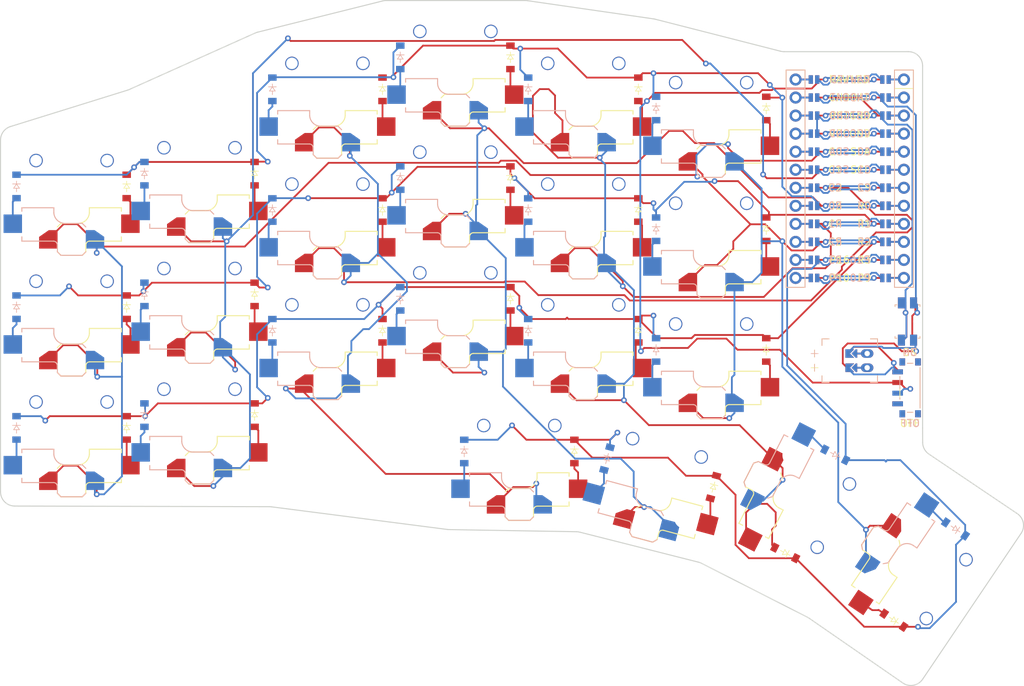
<source format=kicad_pcb>
(kicad_pcb (version 20241229) (generator "pcbnew") (generator_version "9.0")
  (title_block (title "scyboard") (date "2025-06-01") (rev "1") (company "Scybin"))
  (layers (0 "F.Cu" signal) (2 "B.Cu" signal) (13 "F.Paste" user) (15 "B.Paste" user) (5 "F.SilkS" user "F.Silkscreen") (7 "B.SilkS" user "B.Silkscreen") (1 "F.Mask" user) (3 "B.Mask" user) (25 "Edge.Cuts" user))
  (net 0 "")
  (net 1 "C0")
  (net 2 "outer_bottom_B")
  (net 3 "GND")
  (net 4 "outer_home_B")
  (net 5 "outer_top_B")
  (net 6 "C1")
  (net 7 "pinky_bottom_B")
  (net 8 "pinky_home_B")
  (net 9 "pinky_top_B")
  (net 10 "C2")
  (net 11 "ring_bottom_B")
  (net 12 "ring_home_B")
  (net 13 "ring_top_B")
  (net 14 "C3")
  (net 15 "middle_bottom_B")
  (net 16 "middle_home_B")
  (net 17 "middle_top_B")
  (net 18 "C4")
  (net 19 "index_bottom_B")
  (net 20 "index_home_B")
  (net 21 "index_top_B")
  (net 22 "C5")
  (net 23 "inner_bottom_B")
  (net 24 "inner_home_B")
  (net 25 "inner_top_B")
  (net 26 "tuck_cluster_B")
  (net 27 "layer_cluster_B")
  (net 28 "space_cluster_B")
  (net 29 "reach_cluster_B")
  (net 30 "R2")
  (net 31 "R1")
  (net 32 "R0")
  (net 33 "R3")
  (net 34 "outer_bottom_F")
  (net 35 "outer_home_F")
  (net 36 "outer_top_F")
  (net 37 "pinky_bottom_F")
  (net 38 "pinky_home_F")
  (net 39 "pinky_top_F")
  (net 40 "ring_bottom_F")
  (net 41 "ring_home_F")
  (net 42 "ring_top_F")
  (net 43 "middle_bottom_F")
  (net 44 "middle_home_F")
  (net 45 "middle_top_F")
  (net 46 "index_bottom_F")
  (net 47 "index_home_F")
  (net 48 "index_top_F")
  (net 49 "inner_bottom_F")
  (net 50 "inner_home_F")
  (net 51 "inner_top_F")
  (net 52 "tuck_cluster_F")
  (net 53 "layer_cluster_F")
  (net 54 "space_cluster_F")
  (net 55 "reach_cluster_F")
  (net 56 "RAW")
  (net 57 "RST")
  (net 58 "VCC")
  (net 59 "P16")
  (net 60 "P10")
  (net 61 "LED")
  (net 62 "DAT")
  (net 63 "SDA")
  (net 64 "SCL")
  (net 65 "CS")
  (net 66 "P9")
  (net 67 "MCU1_24")
  (net 68 "MCU1_1")
  (net 69 "MCU1_23")
  (net 70 "MCU1_2")
  (net 71 "MCU1_22")
  (net 72 "MCU1_3")
  (net 73 "MCU1_21")
  (net 74 "MCU1_4")
  (net 75 "MCU1_20")
  (net 76 "MCU1_5")
  (net 77 "MCU1_19")
  (net 78 "MCU1_6")
  (net 79 "MCU1_18")
  (net 80 "MCU1_7")
  (net 81 "MCU1_17")
  (net 82 "MCU1_8")
  (net 83 "MCU1_16")
  (net 84 "MCU1_9")
  (net 85 "MCU1_15")
  (net 86 "MCU1_10")
  (net 87 "MCU1_14")
  (net 88 "MCU1_11")
  (net 89 "MCU1_13")
  (net 90 "MCU1_12")
  (net 91 "BAT_P")
  (net 92 "JST1_1")
  (net 93 "JST1_2")
  (footprint "ceoloide:diode_tht_sod123" (layer "F.Cu") (at 93.75 67.82 -90)
    (property "Reference" "D30" (hide yes))
    (property "Value" "")
  )
  (footprint "ceoloide:diode_tht_sod123" (layer "F.Cu") (at 147.75 70.52 -90)
    (property "Reference" "D39" (hide yes))
    (property "Value" "")
  )
  (footprint "ceoloide:diode_tht_sod123" (layer "F.Cu") (at 120.75 101.82 -90)
    (property "Reference" "D41" (hide yes))
    (property "Value" "")
  )
  (footprint "custom:custom_switch_choc_v1_v2_trimmed" (layer "F.Cu") (at 68 81.2 180)
    (property "Reference" "S27" (hide yes))
    (property "Value" "")
  )
  (footprint "custom:custom_switch_choc_v1_v2_trimmed" (layer "F.Cu") (at 86 52.32 180)
    (property "Reference" "S31" (hide yes))
    (property "Value" "")
  )
  (footprint "ceoloide:power_switch_smd_side" (layer "F.Cu") (at 167.975 92.86)
    (property "Reference" "PWR1" (hide yes))
    (property "Value" "")
  )
  (footprint "ceoloide:diode_tht_sod123" (layer "F.Cu") (at 57.75 98.5 -90)
    (property "Reference" "D23" (hide yes))
    (property "Value" "")
  )
  (footprint "ceoloide:diode_tht_sod123" (layer "F.Cu") (at 57.75 81.5 -90)
    (property "Reference" "D24" (hide yes))
    (property "Value" "")
  )
  (footprint "ceoloide:mcu_nice_nano" (layer "F.Cu") (at 159.5 62.145)
    (property "Reference" "MCU1" (hide yes))
    (property "Value" "")
  )
  (footprint "ceoloide:switch_choc_v1_v2" (layer "F.Cu") (at 152.6 108.52 63)
    (property "Reference" "S43" (hide yes))
    (property "Value" "")
  )
  (footprint "custom:custom_switch_choc_v1_v2_trimmed" (layer "F.Cu") (at 104 47.82 180)
    (property "Reference" "S34" (hide yes))
    (property "Value" "")
  )
  (footprint "ceoloide:diode_tht_sod123" (layer "F.Cu") (at 75.75 62.7 -90)
    (property "Reference" "D28" (hide yes))
    (property "Value" "")
  )
  (footprint "ceoloide:diode_tht_sod123" (layer "F.Cu") (at 111.75 80.32 -90)
    (property "Reference" "D32" (hide yes))
    (property "Value" "")
  )
  (footprint "ceoloide:diode_tht_sod123" (layer "F.Cu") (at 75.75 96.7 -90)
    (property "Reference" "D26" (hide yes))
    (property "Value" "")
  )
  (footprint "ceoloide:diode_tht_sod123" (layer "F.Cu") (at 129.75 50.82 -90)
    (property "Reference" "D37" (hide yes))
    (property "Value" "")
  )
  (footprint "custom:custom_switch_choc_v1_v2_trimmed" (layer "F.Cu") (at 68 98.2 180)
    (property "Reference" "S26" (hide yes))
    (property "Value" "")
  )
  (footprint "custom:custom_switch_choc_v1_v2_trimmed" (layer "F.Cu") (at 104 81.82 180)
    (property "Reference" "S32" (hide yes))
    (property "Value" "")
  )
  (footprint "custom:custom_switch_choc_v1_v2_trimmed" (layer "F.Cu") (at 122 69.32 180)
    (property "Reference" "S36" (hide yes))
    (property "Value" "")
  )
  (footprint "custom:custom_switch_choc_v1_v2_trimmed" (layer "F.Cu") (at 104 64.82 180)
    (property "Reference" "S33" (hide yes))
    (property "Value" "")
  )
  (footprint "custom:custom_switch_choc_v1_v2_trimmed" (layer "F.Cu") (at 68 64.2 180)
    (property "Reference" "S28" (hide yes))
    (property "Value" "")
  )
  (footprint "custom:custom_switch_choc_v1_v2_trimmed" (layer "F.Cu") (at 86 86.32 180)
    (property "Reference" "S29" (hide yes))
    (property "Value" "")
  )
  (footprint "custom:custom_switch_choc_v1_v2_trimmed" (layer "F.Cu") (at 113 103.32 180)
    (property "Reference" "S41" (hide yes))
    (property "Value" "")
  )
  (footprint "ceoloide:diode_tht_sod123" (layer "F.Cu") (at 147.75 53.52 -90)
    (property "Reference" "D40" (hide yes))
    (property "Value" "")
  )
  (footprint "custom:custom_switch_choc_v1_v2_trimmed" (layer "F.Cu") (at 122 86.32 180)
    (property "Reference" "S35" (hide yes))
    (property "Value" "")
  )
  (footprint "ceoloide:diode_tht_sod123" (layer "F.Cu") (at 140.3142 106.837 -105)
    (property "Reference" "D42" (hide yes))
    (property "Value" "")
  )
  (footprint "custom:custom_switch_choc_v1_v2_trimmed" (layer "F.Cu") (at 50 100 180)
    (property "Reference" "S23" (hide yes))
    (property "Value" "")
  )
  (footprint "ceoloide:diode_tht_sod123" (layer "F.Cu") (at 165.7098 125.5838 146)
    (property "Reference" "D44" (hide yes))
    (property "Value" "")
  )
  (footprint "ceoloide:diode_tht_sod123" (layer "F.Cu") (at 150.4181 116.1063 153)
    (property "Reference" "D43" (hide yes))
    (property "Value" "")
  )
  (footprint "custom:custom_switch_choc_v1_v2_trimmed" (layer "F.Cu") (at 140 89.02 180)
    (property "Reference" "S38" (hide yes))
    (property "Value" "")
  )
  (footprint "custom:custom_switch_choc_v1_v2_trimmed" (layer "F.Cu") (at 50 66 180)
    (property "Reference" "S25" (hide yes))
    (property "Value" "")
  )
  (footprint "custom:custom_switch_choc_v1_v2_trimmed" (layer "F.Cu") (at 50 83 180)
    (property "Reference" "S24" (hide yes))
    (property "Value" "")
  )
  (footprint "custom:custom_switch_choc_v1_v2_trimmed" (layer "F.Cu") (at 122 52.32 180)
    (property "Reference" "S37" (hide yes))
    (property "Value" "")
  )
  (footprint "ceoloide:diode_tht_sod123" (layer "F.Cu") (at 147.75 87.52 -90)
    (property "Reference" "D38" (hide yes))
    (property "Value" "")
  )
  (footprint "ceoloide:diode_tht_sod123" (layer "F.Cu") (at 129.75 84.82 -90)
    (property "Reference" "D35" (hide yes))
    (property "Value" "")
  )
  (footprint "ceoloide:diode_tht_sod123" (layer "F.Cu") (at 129.75 67.82 -90)
    (property "Reference" "D36" (hide yes))
    (property "Value" "")
  )
  (footprint "ceoloide:diode_tht_sod123" (layer "F.Cu") (at 57.75 64.5 -90)
    (property "Reference" "D25" (hide yes))
    (property "Value" "")
  )
  (footprint "ceoloide:diode_tht_sod123" (layer "F.Cu") (at 93.75 50.82 -90)
    (property "Reference" "D31" (hide yes))
    (property "Value" "")
  )
  (footprint "custom:custom_switch_choc_v1_v2_trimmed" (layer "F.Cu") (at 132.44 106.28 165)
    (property "Reference" "S42" (hide yes))
    (property "Value" "")
  )
  (footprint "ceoloide:diode_tht_sod123" (layer "F.Cu") (at 111.75 46.32 -90)
    (property "Reference" "D34" (hide yes))
    (property "Value" "")
  )
  (footprint "custom:custom_switch_choc_v1_v2_trimmed" (layer "F.Cu") (at 168.8 118.32 56)
    (property "Reference" "S44" (hide yes))
    (property "Value" "")
  )
  (footprint "ceoloide:diode_tht_sod123" (layer "F.Cu") (at 93.75 84.82 -90)
    (property "Reference" "D29" (hide yes))
    (property "Value" "")
  )
  (footprint "custom:custom_switch_choc_v1_v2_trimmed" (layer "F.Cu") (at 140 72.02 180)
    (property "Reference" "S39" (hide yes))
    (property "Value" "")
  )
  (footprint "ceoloide:battery_connector_jst_ph_2" (layer "F.Cu") (at 161.95 89.03 -90)
    (property "Reference" "JST1" (hide yes))
    (property "Value" "")
  )
  (footprint "ceoloide:diode_tht_sod123" (layer "F.Cu") (at 75.75 79.7 -90)
    (property "Reference" "D27" (hide yes))
    (property "Value" "")
  )
  (footprint "custom:custom_switch_choc_v1_v2_trimmed" (layer "F.Cu") (at 140 55.02 180)
    (property "Reference" "S40" (hide yes))
    (property "Value" "")
  )
  (footprint "ceoloide:reset_switch_smd_side" (layer "F.Cu") (at 167.625 83.52 -90)
    (property "Reference" "RST1" (hide yes))
    (property "Value" "")
  )
  (footprint "ceoloide:diode_tht_sod123" (layer "F.Cu") (at 111.75 63.32 -90)
    (property "Reference" "D33" (hide yes))
    (property "Value" "")
  )
  (footprint "custom:custom_switch_choc_v1_v2_trimmed" (layer "F.Cu") (at 86 69.32 180)
    (property "Reference" "S30" (hide yes))
    (property "Value" "")
  )
  (footprint "ceoloide:diode_tht_sod123" (layer "B.Cu") (at 157.4549 102.2957 153)
    (property "Reference" "D21" (hide yes))
    (property "Value" "")
  )
  (footprint "ceoloide:diode_tht_sod123" (layer "B.Cu") (at 78.25 84.82 -90)
    (property "Reference" "D7" (hide yes))
    (property "Value" "")
  )
  (footprint "ceoloide:diode_tht_sod123" (layer "B.Cu") (at 96.25 63.32 -90)
    (property "Reference" "D11" (hide yes))
    (property "Value" "")
  )
  (footprint "ceoloide:diode_tht_sod123" (layer "B.Cu") (at 132.25 87.52 -90)
    (property "Reference" "D16" (hide yes))
    (property "Value" "")
  )
  (footprint "custom:custom_switch_choc_v1_v2_trimmed_b" (layer "B.Cu") (at 122 69.32 180)
    (property "Reference" "S14" (hide yes))
    (property "Value" "")
  )
  (footprint "custom:custom_switch_choc_v1_v2_trimmed_b" (layer "B.Cu") (at 68 81.2 180)
    (property "Reference" "S5" (hide yes))
    (property "Value" "")
  )
  (footprint "ceoloide:diode_tht_sod123" (layer "B.Cu") (at 114.25 67.82 -90)
    (property "Reference" "D14" (hide yes))
    (property "Value" "")
  )
  (footprint "ceoloide:diode_tht_sod123" (layer "B.Cu") (at 78.25 50.82 -90)
    (property "Reference" "D9" (hide yes))
    (property "Value" "")
  )
  (footprint "ceoloide:diode_tht_sod123" (layer "B.Cu") (at 114.25 50.82 -90)
    (property "Reference" "D15" (hide yes))
    (property "Value" "")
  )
  (footprint "custom:custom_switch_choc_v1_v2_trimmed_b" (layer "B.Cu") (at 113 103.32 180)
    (property "Reference" "S19" (hide yes))
    (property "Value" "")
  )
  (footprint "ceoloide:diode_tht_sod123" (layer "B.Cu") (at 96.25 46.32 -90)
    (property "Reference" "D12" (hide yes))
    (property "Value" "")
  )
  (footprint "ceoloide:diode_tht_sod123" (layer "B.Cu") (at 105.25 101.82 -90)
    (property "Reference" "D19" (hide yes))
    (property "Value" "")
  )
  (footprint "ceoloide:diode_tht_sod123" (layer "B.Cu") (at 60.25 96.7 -90)
    (property "Reference" "D4" (hide yes))
    (property "Value" "")
  )
  (footprint "ceoloide:diode_tht_sod123" (layer "B.Cu") (at 132.25 53.52 -90)
    (property "Reference" "D18" (hide yes))
    (property "Value" "")
  )
  (footprint "custom:custom_switch_choc_v1_v2_trimmed_b" (layer "B.Cu") (at 140 72.02 180)
    (property "Reference" "S17" (hide yes))
    (property "Value" "")
  )
  (footprint "ceoloide:diode_tht_sod123" (layer "B.Cu") (at 78.25 67.82 -90)
    (property "Reference" "D8" (hide yes))
    (property "Value" "")
  )
  (footprint "ceoloide:diode_tht_sod123" (layer "B.Cu") (at 42.25 98.5 -90)
    (property "Reference" "D1" (hide yes))
    (property "Value" "")
  )
  (footprint "custom:custom_switch_choc_v1_v2_trimmed_b" (layer "B.Cu") (at 140 89.02 180)
    (property "Reference" "S16" (hide yes))
    (property "Value" "")
  )
  (footprint "ceoloide:diode_tht_sod123" (layer "B.Cu") (at 42.25 81.5 -90)
    (property "Reference" "D2" (hide yes))
    (property "Value" "")
  )
  (footprint "custom:custom_switch_choc_v1_v2_trimmed_b" (layer "B.Cu") (at 104 64.82 180)
    (property "Reference" "S11" (hide yes))
    (property "Value" "")
  )
  (footprint "custom:custom_switch_choc_v1_v2_trimmed_b" (layer "B.Cu") (at 50 66 180)
    (property "Reference" "S3" (hide yes))
    (property "Value" "")
  )
  (footprint "custom:custom_switch_choc_v1_v2_trimmed_b" (layer "B.Cu") (at 140 55.02 180)
    (property "Reference" "S18" (hide yes))
    (property "Value" "")
  )
  (footprint "ceoloide:diode_tht_sod123" (layer "B.Cu") (at 114.25 84.82 -90)
    (property "Reference" "D13" (hide yes))
    (property "Value" "")
  )
  (footprint "custom:custom_switch_choc_v1_v2_trimmed_b" (layer "B.Cu") (at 50 100 180)
    (property "Reference" "S1" (hide yes))
    (property "Value" "")
  )
  (footprint "custom:custom_switch_choc_v1_v2_trimmed_b" (layer "B.Cu") (at 50 83 180)
    (property "Reference" "S2" (hide yes))
    (property "Value" "")
  )
  (footprint "ceoloide:switch_choc_v1_v2" (layer "B.Cu") (at 132.44 106.28 165)
    (property "Reference" "S20" (hide yes))
    (property "Value" "")
  )
  (footprint "custom:custom_switch_choc_v1_v2_trimmed_b" (layer "B.Cu") (at 86 69.32 180)
    (property "Reference" "S8" (hide yes))
    (property "Value" "")
  )
  (footprint "ceoloide:diode_tht_sod123" (layer "B.Cu") (at 96.25 80.32 -90)
    (property "Reference" "D10" (hide yes))
    (property "Value" "")
  )
  (footprint "custom:custom_switch_choc_v1_v2_trimmed_b" (layer "B.Cu") (at 104 81.82 180)
    (property "Reference" "S10" (hide yes))
    (property "Value" "")
  )
  (footprint "custom:custom_switch_choc_v1_v2_trimmed_b" (layer "B.Cu") (at 122 86.32 180)
    (property "Reference" "S13" (hide yes))
    (property "Value" "")
  )
  (footprint "ceoloide:diode_tht_sod123" (layer "B.Cu") (at 42.25 64.5 -90)
    (property "Reference" "D3" (hide yes))
    (property "Value" "")
  )
  (footprint "ceoloide:diode_tht_sod123" (layer "B.Cu") (at 174.3773 112.7337 146)
    (property "Reference" "D22" (hide yes))
    (property "Value" "")
  )
  (footprint "custom:custom_switch_choc_v1_v2_trimmed_b" (layer "B.Cu") (at 104 47.82 180)
    (property "Reference" "S12" (hide yes))
    (property "Value" "")
  )
  (footprint "custom:custom_switch_choc_v1_v2_trimmed_b" (layer "B.Cu") (at 68 64.2 180)
    (property "Reference" "S6" (hide yes))
    (property "Value" "")
  )
  (footprint "ceoloide:diode_tht_sod123" (layer "B.Cu") (at 60.25 62.7 -90)
    (property "Reference" "D6" (hide yes))
    (property "Value" "")
  )
  (footprint "ceoloide:diode_tht_sod123" (layer "B.Cu") (at 125.3423 102.8253 -105)
    (property "Reference" "D20" (hide yes))
    (property "Value" "")
  )
  (footprint "ceoloide:diode_tht_sod123" (layer "B.Cu") (at 132.25 70.52 -90)
    (property "Reference" "D17" (hide yes))
    (property "Value" "")
  )
  (footprint "custom:custom_switch_choc_v1_v2_trimmed_b" (layer "B.Cu") (at 86 86.32 180)
    (property "Reference" "S7" (hide yes))
    (property "Value" "")
  )
  (footprint "custom:custom_switch_choc_v1_v2_trimmed_b" (layer "B.Cu") (at 122 52.32 180)
    (property "Reference" "S15" (hide yes))
    (property "Value" "")
  )
  (footprint "custom:custom_switch_choc_v1_v2_trimmed_b" (layer "B.Cu") (at 152.6 108.52 63)
    (property "Reference" "S21" (hide yes))
    (property "Value" "")
  )
  (footprint "ceoloide:diode_tht_sod123" (layer "B.Cu") (at 60.25 79.7 -90)
    (property "Reference" "D5" (hide yes))
    (property "Value" "")
  )
  (footprint "custom:custom_switch_choc_v1_v2_trimmed_b" (layer "B.Cu") (at 86 52.32 180)
    (property "Reference" "S9" (hide yes))
    (property "Value" "")
  )
  (footprint "custom:custom_switch_choc_v1_v2_trimmed_b" (layer "B.Cu") (at 168.8 118.32 56)
    (property "Reference" "S22" (hide yes))
    (property "Value" "")
  )
  (footprint "custom:custom_switch_choc_v1_v2_trimmed_b" (layer "B.Cu") (at 68 98.2 180)
    (property "Reference" "S4" (hide yes))
    (property "Value" "")
  )
  (gr_line (start 183.609849 113.352267) (end 169.755175 133.892666) (stroke (width 0.15)) (layer "Edge.Cuts"))
  (gr_arc (start 170.640857 102.192135) (mid 169.995503 101.477045) (end 169.759264 100.543218) (stroke (width 0.15)) (layer "Edge.Cuts"))
  (gr_line (start 94.246211 38.32) (end 113.856301 38.32) (stroke (width 0.15)) (layer "Edge.Cuts"))
  (gr_arc (start 150.251514 45.52) (mid 150.001965 45.504373) (end 149.756317 45.457726) (stroke (width 0.15)) (layer "Edge.Cuts"))
  (gr_line (start 121.055793 113.123029) (end 103.111413 112.82187) (stroke (width 0.15)) (layer "Edge.Cuts"))
  (gr_line (start 58.109892 50.850671) (end 75.838145 42.892655) (stroke (width 0.15)) (layer "Edge.Cuts"))
  (gr_arc (start 121.055793 113.123029) (mid 121.286114 113.140236) (end 121.512918 113.183875) (stroke (width 0.15)) (layer "Edge.Cuts"))
  (gr_line (start 169.75 98.515428) (end 169.75 47.52) (stroke (width 0.15)) (layer "Edge.Cuts"))
  (gr_arc (start 167.75 45.52) (mid 169.164214 46.105786) (end 169.75 47.52) (stroke (width 0.15)) (layer "Edge.Cuts"))
  (gr_arc (start 93.76114 38.379715) (mid 94.001845 38.334986) (end 94.246211 38.32) (stroke (width 0.15)) (layer "Edge.Cuts"))
  (gr_arc (start 58.109892 50.850671) (mid 57.998718 50.896612) (end 57.884982 50.935783) (stroke (width 0.15)) (layer "Edge.Cuts"))
  (gr_line (start 76.172117 42.776971) (end 93.76114 38.379715) (stroke (width 0.15)) (layer "Edge.Cuts"))
  (gr_arc (start 138.226988 117.413845) (mid 138.44002 117.480609) (end 138.644282 117.570705) (stroke (width 0.15)) (layer "Edge.Cuts"))
  (gr_line (start 153.561066 125.171185) (end 138.644282 117.570704) (stroke (width 0.15)) (layer "Edge.Cuts"))
  (gr_line (start 102.889485 112.805766) (end 78.124599 109.616048) (stroke (width 0.15)) (layer "Edge.Cuts"))
  (gr_line (start 132.103522 40.946456) (end 149.756317 45.457726) (stroke (width 0.15)) (layer "Edge.Cuts"))
  (gr_line (start 150.251514 45.52) (end 167.75 45.52) (stroke (width 0.15)) (layer "Edge.Cuts"))
  (gr_arc (start 183.07016 110.575806) (mid 183.915052 111.852266) (end 183.609849 113.352267) (stroke (width 0.15)) (layer "Edge.Cuts"))
  (gr_line (start 114.142223 38.340543) (end 131.894247 40.904725) (stroke (width 0.15)) (layer "Edge.Cuts"))
  (gr_arc (start 169.750021 98.524586) (mid 169.750005 98.520007) (end 169.75 98.515428) (stroke (width 0.15)) (layer "Edge.Cuts"))
  (gr_line (start 40 107.505256) (end 40 57.972333) (stroke (width 0.15)) (layer "Edge.Cuts"))
  (gr_line (start 170.640857 102.192136) (end 183.07016 110.575806) (stroke (width 0.15)) (layer "Edge.Cuts"))
  (gr_arc (start 103.111413 112.82187) (mid 103.000225 112.816906) (end 102.889485 112.805766) (stroke (width 0.15)) (layer "Edge.Cuts"))
  (gr_arc (start 153.561066 125.171185) (mid 153.678337 125.235975) (end 153.791008 125.30847) (stroke (width 0.15)) (layer "Edge.Cuts"))
  (gr_arc (start 77.874372 109.59967) (mid 77.999742 109.603935) (end 78.124599 109.616048) (stroke (width 0.15)) (layer "Edge.Cuts"))
  (gr_line (start 169.750021 98.524586) (end 169.759264 100.543218) (stroke (width 0.15)) (layer "Edge.Cuts"))
  (gr_arc (start 113.856301 38.32) (mid 113.99963 38.325143) (end 114.142223 38.340543) (stroke (width 0.15)) (layer "Edge.Cuts"))
  (gr_arc (start 169.755175 133.892666) (mid 168.467098 134.739766) (end 166.959177 134.419008) (stroke (width 0.15)) (layer "Edge.Cuts"))
  (gr_arc (start 40 57.972333) (mid 40.389356 56.786625) (end 41.405867 56.062619) (stroke (width 0.15)) (layer "Edge.Cuts"))
  (gr_line (start 41.405867 56.062619) (end 57.884982 50.935783) (stroke (width 0.15)) (layer "Edge.Cuts"))
  (gr_arc (start 41.994737 109.505249) (mid 40.583928 108.917607) (end 40 107.505256) (stroke (width 0.15)) (layer "Edge.Cuts"))
  (gr_line (start 166.959177 134.419008) (end 153.791008 125.30847) (stroke (width 0.15)) (layer "Edge.Cuts"))
  (gr_line (start 138.226988 117.413845) (end 121.512918 113.183875) (stroke (width 0.15)) (layer "Edge.Cuts"))
  (gr_line (start 77.874372 109.599669) (end 41.994737 109.505249) (stroke (width 0.15)) (layer "Edge.Cuts"))
  (gr_arc (start 75.838145 42.892655) (mid 76.002571 42.827421) (end 76.172117 42.776971) (stroke (width 0.15)) (layer "Edge.Cuts"))
  (gr_arc (start 131.894248 40.904725) (mid 131.999443 40.922795) (end 132.103523 40.946456) (stroke (width 0.15)) (layer "Edge.Cuts"))
  (segment (start 50.8144 103.8096) (end 53.536 106.5312) (width 0.25) (layer "F.Cu") (net 1))
  (segment (start 142.3682 59.0807) (end 144.1625 60.875) (width 0.25) (layer "F.Cu") (net 1))
  (segment (start 142.3682 58.5463) (end 142.3682 59.0807) (width 0.25) (layer "F.Cu") (net 1))
  (segment (start 112.5483 60.8719) (end 110.4014 60.8719) (width 0.25) (layer "F.Cu") (net 1))
  (segment (start 154.1476 60.875) (end 154.92 60.1026) (width 0.25) (layer "F.Cu") (net 1))
  (segment (start 50.816 69.8096) (end 53.536 72.5296) (width 0.25) (layer "F.Cu") (net 1))
  (segment (start 86.1569 61.1717) (end 74.3647 72.9639) (width 0.25) (layer "F.Cu") (net 1))
  (segment (start 154.92 60.1026) (end 154.92 59.605) (width 0.25) (layer "F.Cu") (net 1))
  (segment (start 53.536 72.9639) (end 53.536 73.8531) (width 0.25) (layer "F.Cu") (net 1))
  (segment (start 46.725 105.95) (end 48.8654 103.8096) (width 0.25) (layer "F.Cu") (net 1))
  (segment (start 138.0535 63.1181) (end 137.8287 62.8933) (width 0.25) (layer "F.Cu") (net 1))
  (segment (start 154.92 59.605) (end 156.1 59.605) (width 0.25) (layer "F.Cu") (net 1))
  (segment (start 46.725 88.95) (end 48.8165 86.8585) (width 0.25) (layer "F.Cu") (net 1))
  (segment (start 144.1625 60.875) (end 154.1476 60.875) (width 0.25) (layer "F.Cu") (net 1))
  (segment (start 46.725 71.95) (end 48.8654 69.8096) (width 0.25) (layer "F.Cu") (net 1))
  (segment (start 53.617 89.614) (end 53.617 91.2984) (width 0.25) (layer "F.Cu") (net 1))
  (segment (start 48.8654 103.8096) (end 50.8144 103.8096) (width 0.25) (layer "F.Cu") (net 1))
  (segment (start 48.8165 86.8585) (end 50.8615 86.8585) (width 0.25) (layer "F.Cu") (net 1))
  (segment (start 50.8615 86.8585) (end 53.617 89.614) (width 0.25) (layer "F.Cu") (net 1))
  (segment (start 53.536 72.5296) (end 53.536 72.9639) (width 0.25) (layer "F.Cu") (net 1))
  (segment (start 53.536 106.5312) (end 53.536 107.8567) (width 0.25) (layer "F.Cu") (net 1))
  (segment (start 110.1016 61.1717) (end 86.1569 61.1717) (width 0.25) (layer "F.Cu") (net 1))
  (segment (start 114.5697 62.8933) (end 112.5483 60.8719) (width 0.25) (layer "F.Cu") (net 1))
  (segment (start 137.8287 62.8933) (end 114.5697 62.8933) (width 0.25) (layer "F.Cu") (net 1))
  (segment (start 48.8654 69.8096) (end 50.816 69.8096) (width 0.25) (layer "F.Cu") (net 1))
  (segment (start 74.3647 72.9639) (end 53.536 72.9639) (width 0.25) (layer "F.Cu") (net 1))
  (segment (start 110.4014 60.8719) (end 110.1016 61.1717) (width 0.25) (layer "F.Cu") (net 1))
  (via (at 53.617 91.2984) (size 0.8) (drill 0.4) (layers "F.Cu" "B.Cu") (net 1))
  (via (at 138.0535 63.1181) (size 0.8) (drill 0.4) (layers "F.Cu" "B.Cu") (net 1))
  (via (at 142.3682 58.5463) (size 0.8) (drill 0.4) (layers "F.Cu" "B.Cu") (net 1))
  (via (at 53.536 73.8531) (size 0.8) (drill 0.4) (layers "F.Cu" "B.Cu") (net 1))
  (via (at 53.536 107.8567) (size 0.8) (drill 0.4) (layers "F.Cu" "B.Cu") (net 1))
  (segment (start 138.0535 63.1181) (end 137.9233 62.9879) (width 0.25) (layer "B.Cu") (net 1))
  (segment (start 54.5508 107.8567) (end 53.536 107.8567) (width 0.25) (layer "B.Cu") (net 1))
  (segment (start 156.1 59.605) (end 156.32 59.385) (width 0.25) (layer "B.Cu") (net 1))
  (segment (start 164.08 59.605) (end 163.925 59.605) (width 0.25) (layer "B.Cu") (net 1))
  (segment (start 53.617 91.2984) (end 53.275 90.9564) (width 0.25) (layer "B.Cu") (net 1))
  (segment (start 162.6 58.88) (end 162.095 59.385) (width 0.25) (layer "B.Cu") (net 1))
  (segment (start 53.275 107.5957) (end 53.275 105.95) (width 0.25) (layer "B.Cu") (net 1))
  (segment (start 57.0848 105.3227) (end 54.5508 107.8567) (width 0.25) (layer "B.Cu") (net 1))
  (segment (start 137.9233 60.0945) (end 139.4715 58.5463) (width 0.25) (layer "B.Cu") (net 1))
  (segment (start 53.275 71.95) (end 57.0848 75.7598) (width 0.25) (layer "B.Cu") (net 1))
  (segment (start 53.275 90.9564) (end 53.275 88.95) (width 0.25) (layer "B.Cu") (net 1))
  (segment (start 53.275 71.95) (end 53.536 72.211) (width 0.25) (layer "B.Cu") (net 1))
  (segment (start 53.536 107.8567) (end 53.275 107.5957) (width 0.25) (layer "B.Cu") (net 1))
  (segment (start 139.4715 58.5463) (end 142.3682 58.5463) (width 0.25) (layer "B.Cu") (net 1))
  (segment (start 137.9233 62.9879) (end 137.9233 60.0945) (width 0.25) (layer "B.Cu") (net 1))
  (segment (start 57.0848 91.2984) (end 57.0848 105.3227) (width 0.25) (layer "B.Cu") (net 1))
  (segment (start 164.275 59.605) (end 164.08 59.605) (width 0.25) (layer "B.Cu") (net 1))
  (segment (start 53.536 72.211) (end 53.536 73.8531) (width 0.25) (layer "B.Cu") (net 1))
  (segment (start 57.0848 91.2984) (end 53.617 91.2984) (width 0.25) (layer "B.Cu") (net 1))
  (segment (start 162.095 59.385) (end 156.32 59.385) (width 0.25) (layer "B.Cu") (net 1))
  (segment (start 163.2 58.88) (end 162.6 58.88) (width 0.25) (layer "B.Cu") (net 1))
  (segment (start 57.0848 75.7598) (end 57.0848 91.2984) (width 0.25) (layer "B.Cu") (net 1))
  (segment (start 163.925 59.605) (end 163.2 58.88) (width 0.25) (layer "B.Cu") (net 1))
  (segment (start 42.25 103.225) (end 42.25 100.15) (width 0.25) (layer "B.Cu") (net 2))
  (segment (start 41.725 103.75) (end 42.25 103.225) (width 0.25) (layer "B.Cu") (net 2))
  (segment (start 168.298 85.709) (end 168.298 82.7185) (width 0.25) (layer "F.Cu") (net 3))
  (segment (start 158.5196 87.2893) (end 158.5196 89.4156) (width 0.25) (layer "F.Cu") (net 3))
  (segment (start 160.95 51.985) (end 163.49 54.525) (width 0.25) (layer "F.Cu") (net 3))
  (segment (start 163.49 54.525) (end 162.9 54.525) (width 0.25) (layer "F.Cu") (net 3))
  (segment (start 168.851 87.7003) (end 166.8154 87.7003) (width 0.25) (layer "F.Cu") (net 3))
  (segment (start 164.08 54.525) (end 163.49 54.525) (width 0.25) (layer "F.Cu") (net 3))
  (segment (start 164.08 57.065) (end 162.9 57.065) (width 0.25) (layer "F.Cu") (net 3))
  (segment (start 168.734 82.2825) (end 168.734 80.895) (width 0.25) (layer "F.Cu") (net 3))
  (segment (start 168.734 82.2825) (end 168.993 82.2825) (width 0.25) (layer "F.Cu") (net 3))
  (segment (start 168.298 82.7185) (end 168.734 82.2825) (width 0.25) (layer "F.Cu") (net 3))
  (segment (start 165.7262 86.6111) (end 159.1978 86.6111) (width 0.25) (layer "F.Cu") (net 3))
  (segment (start 166.8154 87.7003) (end 165.7262 86.6111) (width 0.25) (layer "F.Cu") (net 3))
  (segment (start 156.1 51.985) (end 160.95 51.985) (width 0.25) (layer "F.Cu") (net 3))
  (segment (start 168.734 86.145) (end 168.734 87.5833) (width 0.25) (layer "F.Cu") (net 3))
  (segment (start 159.1978 86.6111) (end 158.5196 87.2893) (width 0.25) (layer "F.Cu") (net 3))
  (segment (start 168.734 87.5833) (end 168.851 87.7003) (width 0.25) (layer "F.Cu") (net 3))
  (segment (start 168.734 86.145) (end 168.298 85.709) (width 0.25) (layer "F.Cu") (net 3))
  (segment (start 154.92 51.985) (end 156.1 51.985) (width 0.25) (layer "F.Cu") (net 3))
  (segment (start 158.5196 89.4156) (end 159.134 90.03) (width 0.25) (layer "F.Cu") (net 3))
  (via (at 168.851 87.7003) (size 0.8) (drill 0.4) (layers "F.Cu" "B.Cu") (net 3))
  (via (at 168.993 82.2825) (size 0.8) (drill 0.4) (layers "F.Cu" "B.Cu") (net 3))
  (segment (start 154.9 54.525) (end 154.92 54.525) (width 0.25) (layer "B.Cu") (net 3))
  (segment (start 154.9 57.045) (end 154.92 57.065) (width 0.25) (layer "B.Cu") (net 3))
  (segment (start 162.9 57.065) (end 162.67 57.295) (width 0.25) (layer "B.Cu") (net 3))
  (segment (start 168.734 87.5833) (end 168.851 87.7003) (width 0.25) (layer "B.Cu") (net 3))
  (segment (start 168.993 82.2825) (end 168.993 81.154) (width 0.25) (layer "B.Cu") (net 3))
  (segment (start 155.075 54.525) (end 155.8 55.25) (width 0.25) (layer "B.Cu") (net 3))
  (segment (start 156.895 57.295) (end 162.67 57.295) (width 0.25) (layer "B.Cu") (net 3))
  (segment (start 164.275 51.985) (end 164.08 51.985) (width 0.25) (layer "B.Cu") (net 3))
  (segment (start 154.725 54.525) (end 154.9 54.525) (width 0.25) (layer "B.Cu") (net 3))
  (segment (start 163.925 51.985) (end 163.2 51.26) (width 0.25) (layer "B.Cu") (net 3))
  (segment (start 156.1 51.985) (end 156.32 51.765) (width 0.25) (layer "B.Cu") (net 3))
  (segment (start 154.725 57.065) (end 154.92 57.065) (width 0.25) (layer "B.Cu") (net 3))
  (segment (start 155.075 57.065) (end 155.8 57.79) (width 0.25) (layer "B.Cu") (net 3))
  (segment (start 156.4 57.79) (end 156.895 57.295) (width 0.25) (layer "B.Cu") (net 3))
  (segment (start 162.6 51.26) (end 162.095 51.765) (width 0.25) (layer "B.Cu") (net 3))
  (segment (start 155.8 55.25) (end 156.4 55.25) (width 0.25) (layer "B.Cu") (net 3))
  (segment (start 163.2 51.26) (end 162.6 51.26) (width 0.25) (layer "B.Cu") (net 3))
  (segment (start 164.0025 51.985) (end 164.0025 52.4148) (width 0.25) (layer "B.Cu") (net 3))
  (segment (start 167.59 53.255) (end 168.7989 54.4639) (width 0.25) (layer "B.Cu") (net 3))
  (segment (start 168.734 86.145) (end 168.734 87.2467) (width 0.25) (layer "B.Cu") (net 3))
  (segment (start 164.8427 53.255) (end 167.59 53.255) (width 0.25) (layer "B.Cu") (net 3))
  (segment (start 160.1162 87.0478) (end 164.0028 87.0478) (width 0.25) (layer "B.Cu") (net 3))
  (segment (start 164.2017 87.2467) (end 168.734 87.2467) (width 0.25) (layer "B.Cu") (net 3))
  (segment (start 164.08 51.985) (end 164.0025 51.985) (width 0.25) (layer "B.Cu") (net 3))
  (segment (start 154.92 57.065) (end 155.075 57.065) (width 0.25) (layer "B.Cu") (net 3))
  (segment (start 168.734 87.2467) (end 168.734 87.5833) (width 0.25) (layer "B.Cu") (net 3))
  (segment (start 162.9 54.525) (end 162.67 54.755) (width 0.25) (layer "B.Cu") (net 3))
  (segment (start 154.9 54.525) (end 154.9 57.045) (width 0.25) (layer "B.Cu") (net 3))
  (segment (start 156.895 54.755) (end 162.67 54.755) (width 0.25) (layer "B.Cu") (net 3))
  (segment (start 168.7989 80.8301) (end 168.734 80.895) (width 0.25) (layer "B.Cu") (net 3))
  (segment (start 159.134 88.03) (end 160.1162 87.0478) (width 0.25) (layer "B.Cu") (net 3))
  (segment (start 155.8 57.79) (end 156.4 57.79) (width 0.25) (layer "B.Cu") (net 3))
  (segment (start 162.095 51.765) (end 156.32 51.765) (width 0.25) (layer "B.Cu") (net 3))
  (segment (start 168.7989 54.4639) (end 168.7989 80.8301) (width 0.25) (layer "B.Cu") (net 3))
  (segment (start 164.0025 52.4148) (end 164.8427 53.255) (width 0.25) (layer "B.Cu") (net 3))
  (segment (start 164.0028 87.0478) (end 164.2017 87.2467) (width 0.25) (layer "B.Cu") (net 3))
  (segment (start 156.4 55.25) (end 156.895 54.755) (width 0.25) (layer "B.Cu") (net 3))
  (segment (start 154.92 54.525) (end 155.075 54.525) (width 0.25) (layer "B.Cu") (net 3))
  (segment (start 168.993 81.154) (end 168.734 80.895) (width 0.25) (layer "B.Cu") (net 3))
  (segment (start 164.0025 51.985) (end 163.925 51.985) (width 0.25) (layer "B.Cu") (net 3))
  (segment (start 41.725 84.4517) (end 41.725 86.75) (width 0.25) (layer "B.Cu") (net 4))
  (segment (start 42.25 83.9267) (end 41.725 84.4517) (width 0.25) (layer "B.Cu") (net 4))
  (segment (start 42.25 83.15) (end 42.25 83.9267) (width 0.25) (layer "B.Cu") (net 4))
  (segment (start 41.725 66.675) (end 41.725 69.75) (width 0.25) (layer "B.Cu") (net 5))
  (segment (start 42.25 66.15) (end 41.725 66.675) (width 0.25) (layer "B.Cu") (net 5))
  (segment (start 135.9275 43.87) (end 109.6057 43.87) (width 0.25) (layer "F.Cu") (net 6))
  (segment (start 64.725 87.15) (end 66.8017 85.0733) (width 0.25) (layer "F.Cu") (net 6))
  (segment (start 139.248 47.1905) (end 135.9275 43.87) (width 0.25) (layer "F.Cu") (net 6))
  (segment (start 109.462 44.0137) (end 80.8169 44.0137) (width 0.25) (layer "F.Cu") (net 6))
  (segment (start 109.6057 43.87) (end 109.462 44.0137) (width 0.25) (layer "F.Cu") (net 6))
  (segment (start 154.92 62.6426) (end 154.92 62.145) (width 0.25) (layer "F.Cu") (net 6))
  (segment (start 154.92 62.145) (end 156.1 62.145) (width 0.25) (layer "F.Cu") (net 6))
  (segment (start 68.8938 85.0733) (end 73.016 89.1955) (width 0.25) (layer "F.Cu") (net 6))
  (segment (start 66.8017 85.0733) (end 68.8938 85.0733) (width 0.25) (layer "F.Cu") (net 6))
  (segment (start 64.725 104.15) (end 67.262 106.687) (width 0.25) (layer "F.Cu") (net 6))
  (segment (start 73.016 89.1955) (end 73.016 90.2903) (width 0.25) (layer "F.Cu") (net 6))
  (segment (start 147.8396 63.3463) (end 154.2163 63.3463) (width 0.25) (layer "F.Cu") (net 6))
  (segment (start 64.725 70.15) (end 66.8079 72.2329) (width 0.25) (layer "F.Cu") (net 6))
  (segment (start 80.8169 44.0137) (end 80.4417 43.6385) (width 0.25) (layer "F.Cu") (net 6))
  (segment (start 66.8079 72.2329) (end 71.8215 72.2329) (width 0.25) (layer "F.Cu") (net 6))
  (segment (start 154.2163 63.3463) (end 154.92 62.6426) (width 0.25) (layer "F.Cu") (net 6))
  (segment (start 67.262 106.687) (end 69.9527 106.687) (width 0.25) (layer "F.Cu") (net 6))
  (segment (start 147.3065 62.8132) (end 147.8396 63.3463) (width 0.25) (layer "F.Cu") (net 6))
  (via (at 139.248 47.1905) (size 0.8) (drill 0.4) (layers "F.Cu" "B.Cu") (net 6))
  (via (at 147.3065 62.8132) (size 0.8) (drill 0.4) (layers "F.Cu" "B.Cu") (net 6))
  (via (at 69.9527 106.687) (size 0.8) (drill 0.4) (layers "F.Cu" "B.Cu") (net 6))
  (via (at 73.016 90.2903) (size 0.8) (drill 0.4) (layers "F.Cu" "B.Cu") (net 6))
  (via (at 71.8215 72.2329) (size 0.8) (drill 0.4) (layers "F.Cu" "B.Cu") (net 6))
  (via (at 80.4417 43.6385) (size 0.8) (drill 0.4) (layers "F.Cu" "B.Cu") (net 6))
  (segment (start 75.5209 68.5335) (end 71.8215 72.2329) (width 0.25) (layer "B.Cu") (net 6))
  (segment (start 156.1 62.145) (end 156.32 61.925) (width 0.25) (layer "B.Cu") (net 6))
  (segment (start 163.2 61.42) (end 162.6 61.42) (width 0.25) (layer "B.Cu") (net 6))
  (segment (start 164.08 62.145) (end 163.925 62.145) (width 0.25) (layer "B.Cu") (net 6))
  (segment (start 69.9527 106.687) (end 71.275 105.3647) (width 0.25) (layer "B.Cu") (net 6))
  (segment (start 162.6 61.42) (end 162.095 61.925) (width 0.25) (layer "B.Cu") (net 6))
  (segment (start 147.3065 62.8132) (end 147.3065 54.6083) (width 0.25) (layer "B.Cu") (net 6))
  (segment (start 75.0959 102.8013) (end 73.7472 104.15) (width 0.25) (layer "B.Cu") (net 6))
  (segment (start 139.8887 47.1905) (end 139.248 47.1905) (width 0.25) (layer "B.Cu") (net 6))
  (segment (start 75.5209 48.5593) (end 75.5209 68.5335) (width 0.25) (layer "B.Cu") (net 6))
  (segment (start 163.925 62.145) (end 163.2 61.42) (width 0.25) (layer "B.Cu") (net 6))
  (segment (start 70.9099 86.7849) (end 70.9099 83.5573) (width 0.25) (layer "B.Cu") (net 6))
  (segment (start 71.6185 82.8487) (end 71.6185 72.4049) (width 0.25) (layer "B.Cu") (net 6))
  (segment (start 70.9099 83.5573) (end 71.6185 82.8487) (width 0.25) (layer "B.Cu") (net 6))
  (segment (start 71.7609 72.2625) (end 71.7905 72.2329) (width 0.25) (layer "B.Cu") (net 6))
  (segment (start 71.275 105.3647) (end 71.275 104.15) (width 0.25) (layer "B.Cu") (net 6))
  (segment (start 71.7905 72.2329) (end 71.8215 72.2329) (width 0.25) (layer "B.Cu") (net 6))
  (segment (start 71.275 88.5493) (end 71.275 87.15) (width 0.25) (layer "B.Cu") (net 6))
  (segment (start 73.7472 104.15) (end 71.275 104.15) (width 0.25) (layer "B.Cu") (net 6))
  (segment (start 71.6185 72.4049) (end 71.7609 72.2625) (width 0.25) (layer "B.Cu") (net 6))
  (segment (start 80.4417 43.6385) (end 75.5209 48.5593) (width 0.25) (layer "B.Cu") (net 6))
  (segment (start 71.7609 72.2625) (end 71.275 71.7767) (width 0.25) (layer "B.Cu") (net 6))
  (segment (start 71.275 87.15) (end 75.0959 90.9709) (width 0.25) (layer "B.Cu") (net 6))
  (segment (start 162.095 61.925) (end 156.32 61.925) (width 0.25) (layer "B.Cu") (net 6))
  (segment (start 164.275 62.145) (end 164.08 62.145) (width 0.25) (layer "B.Cu") (net 6))
  (segment (start 71.275 87.15) (end 70.9099 86.7849) (width 0.25) (layer "B.Cu") (net 6))
  (segment (start 75.0959 90.9709) (end 75.0959 102.8013) (width 0.25) (layer "B.Cu") (net 6))
  (segment (start 73.016 90.2903) (end 71.275 88.5493) (width 0.25) (layer "B.Cu") (net 6))
  (segment (start 71.275 70.15) (end 71.275 71.7767) (width 0.25) (layer "B.Cu") (net 6))
  (segment (start 147.3065 54.6083) (end 139.8887 47.1905) (width 0.25) (layer "B.Cu") (net 6))
  (segment (start 60.25 98.35) (end 60.25 99.1267) (width 0.25) (layer "B.Cu") (net 7))
  (segment (start 60.25 99.1267) (end 59.725 99.6517) (width 0.25) (layer "B.Cu") (net 7))
  (segment (start 59.725 99.6517) (end 59.725 101.95) (width 0.25) (layer "B.Cu") (net 7))
  (segment (start 60.25 81.35) (end 59.725 81.875) (width 0.25) (layer "B.Cu") (net 8))
  (segment (start 59.725 81.875) (end 59.725 84.95) (width 0.25) (layer "B.Cu") (net 8))
  (segment (start 59.725 67.95) (end 60.25 67.425) (width 0.25) (layer "B.Cu") (net 9))
  (segment (start 60.25 67.425) (end 60.25 64.35) (width 0.25) (layer "B.Cu") (net 9))
  (segment (start 84.8017 56.1933) (end 86.9296 56.1933) (width 0.25) (layer "F.Cu") (net 10))
  (segment (start 111.4351 107.5599) (end 108.8568 104.9817) (width 0.25) (layer "F.Cu") (net 10))
  (segment (start 154.92 64.685) (end 156.1 64.685) (width 0.25) (layer "F.Cu") (net 10))
  (segment (start 80.1425 92.9584) (end 81.0896 92.9584) (width 0.25) (layer "F.Cu") (net 10))
  (segment (start 94.2007 104.9817) (end 82.1774 92.9584) (width 0.25) (layer "F.Cu") (net 10))
  (segment (start 108.8568 104.9817) (end 94.2007 104.9817) (width 0.25) (layer "F.Cu") (net 10))
  (segment (start 168.3277 70.2286) (end 168.3277 69.2823) (width 0.25) (layer "F.Cu") (net 10))
  (segment (start 82.0366 92.9584) (end 82.725 92.27) (width 0.25) (layer "F.Cu") (net 10))
  (segment (start 88.3344 74.6098) (end 88.3344 77.9879) (width 0.25) (layer "F.Cu") (net 10))
  (segment (start 110.9355 77.8933) (end 113.7631 77.8933) (width 0.25) (layer "F.Cu") (net 10))
  (segment (start 167.5404 68.495) (end 163.0884 68.495) (width 0.25) (layer "F.Cu") (net 10))
  (segment (start 163.0884 68.495) (end 159.2784 64.685) (width 0.25) (layer "F.Cu") (net 10))
  (segment (start 109.725 109.27) (end 111.4351 107.5599) (width 0.25) (layer "F.Cu") (net 10))
  (segment (start 159.2784 64.685) (end 156.1 64.685) (width 0.25) (layer "F.Cu") (net 10))
  (segment (start 158.3884 75.7889) (end 163.2016 70.9757) (width 0.25) (layer "F.Cu") (net 10))
  (segment (start 82.725 75.27) (end 84.8017 73.1933) (width 0.25) (layer "F.Cu") (net 10))
  (segment (start 86.9296 56.1933) (end 89.149 58.4127) (width 0.25) (layer "F.Cu") (net 10))
  (segment (start 115.6739 79.8041) (end 127.7876 79.8041) (width 0.25) (layer "F.Cu") (net 10))
  (segment (start 167.5806 70.9757) (end 168.3277 70.2286) (width 0.25) (layer "F.Cu") (net 10))
  (segment (start 154.0462 80.5622) (end 158.3884 76.22) (width 0.25) (layer "F.Cu") (net 10))
  (segment (start 89.149 58.4127) (end 89.149 60.1901) (width 0.25) (layer "F.Cu") (net 10))
  (segment (start 110.8409 77.9879) (end 110.9355 77.8933) (width 0.25) (layer "F.Cu") (net 10))
  (segment (start 128.5457 80.5622) (end 154.0462 80.5622) (width 0.25) (layer "F.Cu") (net 10))
  (segment (start 158.3884 76.22) (end 158.3884 75.7889) (width 0.25) (layer "F.Cu") (net 10))
  (segment (start 88.3344 77.9879) (end 110.8409 77.9879) (width 0.25) (layer "F.Cu") (net 10))
  (segment (start 81.0896 92.9584) (end 82.0366 92.9584) (width 0.25) (layer "F.Cu") (net 10))
  (segment (start 82.725 58.27) (end 84.8017 56.1933) (width 0.25) (layer "F.Cu") (net 10))
  (segment (start 127.7876 79.8041) (end 128.5457 80.5622) (width 0.25) (layer "F.Cu") (net 10))
  (segment (start 86.9179 73.1933) (end 88.3344 74.6098) (width 0.25) (layer "F.Cu") (net 10))
  (segment (start 84.8017 73.1933) (end 86.9179 73.1933) (width 0.25) (layer "F.Cu") (net 10))
  (segment (start 112.1571 106.8379) (end 111.4351 107.5599) (width 0.25) (layer "F.Cu") (net 10))
  (segment (start 168.3277 69.2823) (end 167.5404 68.495) (width 0.25) (layer "F.Cu") (net 10))
  (segment (start 114.8947 106.8379) (end 112.1571 106.8379) (width 0.25) (layer "F.Cu") (net 10))
  (segment (start 115.3959 106.3367) (end 114.8947 106.8379) (width 0.25) (layer "F.Cu") (net 10))
  (segment (start 82.1774 92.9584) (end 81.0896 92.9584) (width 0.25) (layer "F.Cu") (net 10))
  (segment (start 163.2016 70.9757) (end 167.5806 70.9757) (width 0.25) (layer "F.Cu") (net 10))
  (segment (start 113.7631 77.8933) (end 115.6739 79.8041) (width 0.25) (layer "F.Cu") (net 10))
  (via (at 80.1425 92.9584) (size 0.8) (drill 0.4) (layers "F.Cu" "B.Cu") (net 10))
  (via (at 115.3959 106.3367) (size 0.8) (drill 0.4) (layers "F.Cu" "B.Cu") (net 10))
  (via (at 89.149 60.1901) (size 0.8) (drill 0.4) (layers "F.Cu" "B.Cu") (net 10))
  (via (at 88.3344 77.9879) (size 0.8) (drill 0.4) (layers "F.Cu" "B.Cu") (net 10))
  (segment (start 163.2 63.96) (end 162.6 63.96) (width 0.25) (layer "B.Cu") (net 10))
  (segment (start 162.6 63.96) (end 162.095 64.465) (width 0.25) (layer "B.Cu") (net 10))
  (segment (start 93.1023 64.1434) (end 93.1023 73.9612) (width 0.25) (layer "B.Cu") (net 10))
  (segment (start 115.3959 108.3909) (end 116.275 109.27) (width 0.25) (layer "B.Cu") (net 10))
  (segment (start 164.275 64.685) (end 164.08 64.685) (width 0.25) (layer "B.Cu") (net 10))
  (segment (start 162.095 64.465) (end 156.32 64.465) (width 0.25) (layer "B.Cu") (net 10))
  (segment (start 91.0485 84.5883) (end 89.3658 86.271) (width 0.25) (layer "B.Cu") (net 10))
  (segment (start 89.149 60.1901) (end 89.275 60.0641) (width 0.25) (layer "B.Cu") (net 10))
  (segment (start 163.925 64.685) (end 163.2 63.96) (width 0.25) (layer "B.Cu") (net 10))
  (segment (start 91.8559 84.5883) (end 91.0485 84.5883) (width 0.25) (layer "B.Cu") (net 10))
  (segment (start 89.275 92.27) (end 87.1983 94.3467) (width 0.25) (layer "B.Cu") (net 10))
  (segment (start 89.149 60.1901) (end 93.1023 64.1434) (width 0.25) (layer "B.Cu") (net 10))
  (segment (start 93.1023 73.9612) (end 91.7935 75.27) (width 0.25) (layer "B.Cu") (net 10))
  (segment (start 88.8883 88.3286) (end 88.8883 91.8833) (width 0.25) (layer "B.Cu") (net 10))
  (segment (start 97.1827 79.2615) (end 91.8559 84.5883) (width 0.25) (layer "B.Cu") (net 10))
  (segment (start 88.8883 91.8833) (end 89.275 92.27) (width 0.25) (layer "B.Cu") (net 10))
  (segment (start 89.275 77.0473) (end 89.275 75.27) (width 0.25) (layer "B.Cu") (net 10))
  (segment (start 156.1 64.685) (end 156.32 64.465) (width 0.25) (layer "B.Cu") (net 10))
  (segment (start 89.3658 86.271) (end 89.3658 87.8511) (width 0.25) (layer "B.Cu") (net 10))
  (segment (start 81.5308 94.3467) (end 80.1425 92.9584) (width 0.25) (layer "B.Cu") (net 10))
  (segment (start 89.275 60.0641) (end 89.275 58.27) (width 0.25) (layer "B.Cu") (net 10))
  (segment (start 115.3959 106.3367) (end 115.3959 108.3909) (width 0.25) (layer "B.Cu") (net 10))
  (segment (start 91.7935 75.27) (end 89.275 75.27) (width 0.25) (layer "B.Cu") (net 10))
  (segment (start 164.08 64.685) (end 163.925 64.685) (width 0.25) (layer "B.Cu") (net 10))
  (segment (start 93.1023 73.9612) (end 97.1827 78.0417) (width 0.25) (layer "B.Cu") (net 10))
  (segment (start 87.1983 94.3467) (end 81.5308 94.3467) (width 0.25) (layer "B.Cu") (net 10))
  (segment (start 97.1827 78.0417) (end 97.1827 79.2615) (width 0.25) (layer "B.Cu") (net 10))
  (segment (start 89.3658 87.8511) (end 88.8883 88.3286) (width 0.25) (layer "B.Cu") (net 10))
  (segment (start 88.3344 77.9879) (end 89.275 77.0473) (width 0.25) (layer "B.Cu") (net 10))
  (segment (start 77.725 90.07) (end 78.25 89.545) (width 0.25) (layer "B.Cu") (net 11))
  (segment (start 78.25 89.545) (end 78.25 86.47) (width 0.25) (layer "B.Cu") (net 11))
  (segment (start 77.725 69.995) (end 77.725 73.07) (width 0.25) (layer "B.Cu") (net 12))
  (segment (start 78.25 69.47) (end 77.725 69.995) (width 0.25) (layer "B.Cu") (net 12))
  (segment (start 78.25 53.2467) (end 77.725 53.7717) (width 0.25) (layer "B.Cu") (net 13))
  (segment (start 78.25 52.47) (end 78.25 53.2467) (width 0.25) (layer "B.Cu") (net 13))
  (segment (start 77.725 53.7717) (end 77.725 56.07) (width 0.25) (layer "B.Cu") (net 13))
  (segment (start 103.1514 68.3436) (end 105.4447 68.3436) (width 0.25) (layer "F.Cu") (net 14))
  (segment (start 103.2655 56.3105) (end 108.08 56.3105) (width 0.25) (layer "F.Cu") (net 14))
  (segment (start 130.5665 109.6536) (end 129.2626 109.6536) (width 0.25) (layer "F.Cu") (net 14))
  (segment (start 103.6634 90.7084) (end 108.08 90.7084) (width 0.25) (layer "F.Cu") (net 14))
  (segment (start 129.5375 61.2147) (end 113.6231 61.2147) (width 0.25) (layer "F.Cu") (net 14))
  (segment (start 155.51 67.225) (end 154.3333 66.0483) (width 0.25) (layer "F.Cu") (net 14))
  (segment (start 129.2626 109.6536) (end 127.7366 111.1796) (width 0.25) (layer "F.Cu") (net 14))
  (segment (start 154.3333 66.0483) (end 148.0731 66.0483) (width 0.25) (layer "F.Cu") (net 14))
  (segment (start 100.725 70.77) (end 103.1514 68.3436) (width 0.25) (layer "F.Cu") (net 14))
  (segment (start 140.4173 58.3925) (end 137.7182 58.3925) (width 0.25) (layer "F.Cu") (net 14))
  (segment (start 100.725 53.77) (end 103.2655 56.3105) (width 0.25) (layer "F.Cu") (net 14))
  (segment (start 113.6231 61.2147) (end 108.7189 56.3105) (width 0.25) (layer "F.Cu") (net 14))
  (segment (start 154.92 67.225) (end 155.51 67.225) (width 0.25) (layer "F.Cu") (net 14))
  (segment (start 108.7189 56.3105) (end 108.08 56.3105) (width 0.25) (layer "F.Cu") (net 14))
  (segment (start 100.725 87.77) (end 103.6634 90.7084) (width 0.25) (layer "F.Cu") (net 14))
  (segment (start 134.0768 56.6754) (end 129.5375 61.2147) (width 0.25) (layer "F.Cu") (net 14))
  (segment (start 137.7182 58.3925) (end 136.0011 56.6754) (width 0.25) (layer "F.Cu") (net 14))
  (segment (start 148.0731 66.0483) (end 140.4173 58.3925) (width 0.25) (layer "F.Cu") (net 14))
  (segment (start 155.51 67.225) (end 156.1 67.225) (width 0.25) (layer "F.Cu") (net 14))
  (segment (start 136.0011 56.6754) (end 134.0768 56.6754) (width 0.25) (layer "F.Cu") (net 14))
  (via (at 108.08 56.3105) (size 0.8) (drill 0.4) (layers "F.Cu" "B.Cu") (net 14))
  (via (at 108.08 90.7084) (size 0.8) (drill 0.4) (layers "F.Cu" "B.Cu") (net 14))
  (via (at 130.5665 109.6536) (size 0.8) (drill 0.4) (layers "F.Cu" "B.Cu") (net 14))
  (via (at 105.4447 68.3436) (size 0.8) (drill 0.4) (layers "F.Cu" "B.Cu") (net 14))
  (segment (start 107.275 55.5055) (end 107.275 53.77) (width 0.25) (layer "B.Cu") (net 14))
  (segment (start 106.9055 67.1817) (end 107.0843 67.0029) (width 0.25) (layer "B.Cu") (net 14))
  (segment (start 107.275 89.9034) (end 107.275 87.77) (width 0.25) (layer "B.Cu") (net 14))
  (segment (start 108.08 56.3105) (end 107.275 55.5055) (width 0.25) (layer "B.Cu") (net 14))
  (segment (start 106.9055 69.8044) (end 106.9055 67.1817) (width 0.25) (layer "B.Cu") (net 14))
  (segment (start 127.2679 102.8254) (end 120.843 102.8254) (width 0.25) (layer "B.Cu") (net 14))
  (segment (start 106.977 69.8759) (end 106.9055 69.8044) (width 0.25) (layer "B.Cu") (net 14))
  (segment (start 107.275 70.1739) (end 107.275 70.77) (width 0.25) (layer "B.Cu") (net 14))
  (segment (start 134.0634 112.8749) (end 134.0634 112.2523) (width 0.25) (layer "B.Cu") (net 14))
  (segment (start 162.095 67.005) (end 156.32 67.005) (width 0.25) (layer "B.Cu") (net 14))
  (segment (start 134.0634 112.2523) (end 131.4647 109.6536) (width 0.25) (layer "B.Cu") (net 14))
  (segment (start 129.0966 108.1837) (end 129.0966 104.6541) (width 0.25) (layer "B.Cu") (net 14))
  (segment (start 131.4647 109.6536) (end 130.5665 109.6536) (width 0.25) (layer "B.Cu") (net 14))
  (segment (start 164.08 67.225) (end 163.925 67.225) (width 0.25) (layer "B.Cu") (net 14))
  (segment (start 129.0966 104.6541) (end 127.2679 102.8254) (width 0.25) (layer "B.Cu") (net 14))
  (segment (start 105.4447 68.3436) (end 106.977 69.8759) (width 0.25) (layer "B.Cu") (net 14))
  (segment (start 111.0937 74.5887) (end 107.275 70.77) (width 0.25) (layer "B.Cu") (net 14))
  (segment (start 130.5665 109.6536) (end 129.0966 108.1837) (width 0.25) (layer "B.Cu") (net 14))
  (segment (start 156.32 67.005) (end 156.1 67.225) (width 0.25) (layer "B.Cu") (net 14))
  (segment (start 110.7023 92.6847) (end 110.7023 87.77) (width 0.25) (layer "B.Cu") (net 14))
  (segment (start 163.925 67.225) (end 163.2 66.5) (width 0.25) (layer "B.Cu") (net 14))
  (segment (start 120.843 102.8254) (end 110.7023 92.6847) (width 0.25) (layer "B.Cu") (net 14))
  (segment (start 110.7023 87.77) (end 111.0937 87.3786) (width 0.25) (layer "B.Cu") (net 14))
  (segment (start 162.6 66.5) (end 162.095 67.005) (width 0.25) (layer "B.Cu") (net 14))
  (segment (start 108.08 90.7084) (end 107.275 89.9034) (width 0.25) (layer "B.Cu") (net 14))
  (segment (start 107.0843 67.0029) (end 107.0843 57.3062) (width 0.25) (layer "B.Cu") (net 14))
  (segment (start 106.977 69.8759) (end 107.275 70.1739) (width 0.25) (layer "B.Cu") (net 14))
  (segment (start 111.0937 87.3786) (end 111.0937 74.5887) (width 0.25) (layer "B.Cu") (net 14))
  (segment (start 163.2 66.5) (end 162.6 66.5) (width 0.25) (layer "B.Cu") (net 14))
  (segment (start 164.275 67.225) (end 164.08 67.225) (width 0.25) (layer "B.Cu") (net 14))
  (segment (start 107.275 87.77) (end 110.7023 87.77) (width 0.25) (layer "B.Cu") (net 14))
  (segment (start 107.0843 57.3062) (end 108.08 56.3105) (width 0.25) (layer "B.Cu") (net 14))
  (segment (start 96.25 81.97) (end 95.725 82.495) (width 0.25) (layer "B.Cu") (net 15))
  (segment (start 95.725 82.495) (end 95.725 85.57) (width 0.25) (layer "B.Cu") (net 15))
  (segment (start 96.25 64.97) (end 96.25 68.045) (width 0.25) (layer "B.Cu") (net 16))
  (segment (start 96.25 68.045) (end 95.725 68.57) (width 0.25) (layer "B.Cu") (net 16))
  (segment (start 96.25 51.045) (end 96.25 47.97) (width 0.25) (layer "B.Cu") (net 17))
  (segment (start 95.725 51.57) (end 96.25 51.045) (width 0.25) (layer "B.Cu") (net 17))
  (segment (start 115.8676 50.7933) (end 117.1325 50.7933) (width 0.25) (layer "F.Cu") (net 18))
  (segment (start 147.4103 80.0622) (end 129.0712 80.0622) (width 0.25) (layer "F.Cu") (net 18))
  (segment (start 114.9078 51.7531) (end 115.8676 50.7933) (width 0.25) (layer "F.Cu") (net 18))
  (segment (start 154.92 69.765) (end 155.51 69.765) (width 0.25) (layer "F.Cu") (net 18))
  (segment (start 150.0534 105.8137) (end 150.0534 104.1688) (width 0.25) (layer "F.Cu") (net 18))
  (segment (start 127.56 77.8405) (end 127.56 78.551) (width 0.25) (layer "F.Cu") (net 18))
  (segment (start 148.7853 102.9007) (end 143.9968 98.1122) (width 0.25) (layer "F.Cu") (net 18))
  (segment (start 155.51 69.765) (end 156.1 69.765) (width 0.25) (layer "F.Cu") (net 18))
  (segment (start 129.0712 80.0622) (end 127.56 78.551) (width 0.25) (layer "F.Cu") (net 18))
  (segment (start 121.0557 94.6007) (end 127.7207 94.6007) (width 0.25) (layer "F.Cu") (net 18))
  (segment (start 119.0767 57.9183) (end 118.725 58.27) (width 0.25) (layer "F.Cu") (net 18))
  (segment (start 114.9078 56.9192) (end 114.9078 51.7531) (width 0.25) (layer "F.Cu") (net 18))
  (segment (start 155.51 69.765) (end 156.8302 71.0852) (width 0.25) (layer "F.Cu") (net 18))
  (segment (start 118.44 60.4514) (end 114.9078 56.9192) (width 0.25) (layer "F.Cu") (net 18))
  (segment (start 118.0267 54.1596) (end 119.0767 55.2096) (width 0.25) (layer "F.Cu") (net 18))
  (segment (start 122.9128 73.1933) (end 127.56 77.8405) (width 0.25) (layer "F.Cu") (net 18))
  (segment (start 118.725 92.27) (end 121.0557 94.6007) (width 0.25) (layer "F.Cu") (net 18))
  (segment (start 120.8017 73.1933) (end 122.9128 73.1933) (width 0.25) (layer "F.Cu") (net 18))
  (segment (start 156.8302 75.2519) (end 156.0604 76.0217) (width 0.25) (layer "F.Cu") (net 18))
  (segment (start 156.0604 76.0217) (end 151.4508 76.0217) (width 0.25) (layer "F.Cu") (net 18))
  (segment (start 124.3231 60.4514) (end 118.44 60.4514) (width 0.25) (layer "F.Cu") (net 18))
  (segment (start 143.9968 98.1122) (end 131.2322 98.1122) (width 0.25) (layer "F.Cu") (net 18))
  (segment (start 151.4508 76.0217) (end 147.4103 80.0622) (width 0.25) (layer "F.Cu") (net 18))
  (segment (start 150.0534 104.1688) (end 148.7853 102.9007) (width 0.25) (layer "F.Cu") (net 18))
  (segment (start 118.725 75.27) (end 120.8017 73.1933) (width 0.25) (layer "F.Cu") (net 18))
  (segment (start 156.8302 71.0852) (end 156.8302 75.2519) (width 0.25) (layer "F.Cu") (net 18))
  (segment (start 119.0767 55.2096) (end 119.0767 57.9183) (width 0.25) (layer "F.Cu") (net 18))
  (segment (start 131.2322 98.1122) (end 127.7207 94.6007) (width 0.25) (layer "F.Cu") (net 18))
  (segment (start 118.0267 51.6875) (end 118.0267 54.1596) (width 0.25) (layer "F.Cu") (net 18))
  (segment (start 117.1325 50.7933) (end 118.0267 51.6875) (width 0.25) (layer "F.Cu") (net 18))
  (via (at 127.7207 94.6007) (size 0.8) (drill 0.4) (layers "F.Cu" "B.Cu") (net 18))
  (via (at 127.56 78.551) (size 0.8) (drill 0.4) (layers "F.Cu" "B.Cu") (net 18))
  (via (at 150.0534 105.8137) (size 0.8) (drill 0.4) (layers "F.Cu" "B.Cu") (net 18))
  (via (at 124.3231 60.4514) (size 0.8) (drill 0.4) (layers "F.Cu" "B.Cu") (net 18))
  (segment (start 156.32 69.545) (end 156.1 69.765) (width 0.25) (layer "B.Cu") (net 18))
  (segment (start 124.2247 60.5498) (end 125.275 59.4995) (width 0.25) (layer "B.Cu") (net 18))
  (segment (start 125.275 76.266) (end 125.275 75.27) (width 0.25) (layer "B.Cu") (net 18))
  (segment (start 150.0534 106.0009) (end 147.3175 108.7368) (width 0.25) (layer "B.Cu") (net 18))
  (segment (start 164.275 69.765) (end 164.08 69.765) (width 0.25) (layer "B.Cu") (net 18))
  (segment (start 150.0534 105.8137) (end 150.0534 106.0009) (width 0.25) (layer "B.Cu") (net 18))
  (segment (start 127.7906 92.27) (end 127.7207 92.27) (width 0.25) (layer "B.Cu") (net 18))
  (segment (start 124.9201 74.9151) (end 124.9201 71.6671) (width 0.25) (layer "B.Cu") (net 18))
  (segment (start 125.0844 61.4095) (end 124.2247 60.5498) (width 0.25) (layer "B.Cu") (net 18))
  (segment (start 127.7207 92.27) (end 125.275 92.27) (width 0.25) (layer "B.Cu") (net 18))
  (segment (start 162.095 69.545) (end 156.32 69.545) (width 0.25) (layer "B.Cu") (net 18))
  (segment (start 125.0844 71.5028) (end 125.0844 61.4095) (width 0.25) (layer "B.Cu") (net 18))
  (segment (start 124.9201 71.6671) (end 125.0844 71.5028) (width 0.25) (layer "B.Cu") (net 18))
  (segment (start 147.3175 108.7368) (end 145.8117 108.7368) (width 0.25) (layer "B.Cu") (net 18))
  (segment (start 162.6 69.04) (end 162.095 69.545) (width 0.25) (layer "B.Cu") (net 18))
  (segment (start 129.125 79.12) (end 129.125 90.9356) (width 0.25) (layer "B.Cu") (net 18))
  (segment (start 125.275 75.27) (end 124.9201 74.9151) (width 0.25) (layer "B.Cu") (net 18))
  (segment (start 125.275 59.4995) (end 125.275 58.27) (width 0.25) (layer "B.Cu") (net 18))
  (segment (start 124.2247 60.5498) (end 124.3231 60.4514) (width 0.25) (layer "B.Cu") (net 18))
  (segment (start 164.08 69.765) (end 163.925 69.765) (width 0.25) (layer "B.Cu") (net 18))
  (segment (start 129.125 90.9356) (end 127.7906 92.27) (width 0.25) (layer "B.Cu") (net 18))
  (segment (start 163.2 69.04) (end 162.6 69.04) (width 0.25) (layer "B.Cu") (net 18))
  (segment (start 127.56 78.551) (end 125.275 76.266) (width 0.25) (layer "B.Cu") (net 18))
  (segment (start 163.925 69.765) (end 163.2 69.04) (width 0.25) (layer "B.Cu") (net 18))
  (segment (start 127.7207 92.27) (end 127.7207 94.6007) (width 0.25) (layer "B.Cu") (net 18))
  (segment (start 125.275 75.27) (end 129.125 79.12) (width 0.25) (layer "B.Cu") (net 18))
  (segment (start 114.25 89.545) (end 114.25 86.47) (width 0.25) (layer "B.Cu") (net 19))
  (segment (start 113.725 90.07) (end 114.25 89.545) (width 0.25) (layer "B.Cu") (net 19))
  (segment (start 114.25 69.47) (end 113.725 69.995) (width 0.25) (layer "B.Cu") (net 20))
  (segment (start 113.725 69.995) (end 113.725 73.07) (width 0.25) (layer "B.Cu") (net 20))
  (segment (start 114.25 55.545) (end 114.25 52.47) (width 0.25) (layer "B.Cu") (net 21))
  (segment (start 113.725 56.07) (end 114.25 55.545) (width 0.25) (layer "B.Cu") (net 21))
  (segment (start 136.725 77.97) (end 139.1292 75.5658) (width 0.25) (layer "F.Cu") (net 22))
  (segment (start 136.9331 60.97) (end 136.725 60.97) (width 0.25) (layer "F.Cu") (net 22))
  (segment (start 147.6203 69.8279) (end 150.009 72.2166) (width 0.25) (layer "F.Cu") (net 22))
  (segment (start 145.524 69.8279) (end 147.6203 69.8279) (width 0.25) (layer "F.Cu") (net 22))
  (segment (start 154.92 72.305) (end 155.51 72.305) (width 0.25) (layer "F.Cu") (net 22))
  (segment (start 136.725 94.97) (end 138.8836 97.1286) (width 0.25) (layer "F.Cu") (net 22))
  (segment (start 138.8836 97.1286) (end 142.5519 97.1286) (width 0.25) (layer "F.Cu") (net 22))
  (segment (start 155.51 72.305) (end 154.3 73.515) (width 0.25) (layer "F.Cu") (net 22))
  (segment (start 151.3074 73.515) (end 150.009 72.2166) (width 0.25) (layer "F.Cu") (net 22))
  (segment (start 138.7802 62.8171) (end 136.9331 60.97) (width 0.25) (layer "F.Cu") (net 22))
  (segment (start 145.524 69.8279) (end 138.7802 63.0841) (width 0.25) (layer "F.Cu") (net 22))
  (segment (start 161.7811 112.8447) (end 162.3481 112.2777) (width 0.25) (layer "F.Cu") (net 22))
  (segment (start 138.7802 63.0841) (end 138.7802 62.8171) (width 0.25) (layer "F.Cu") (net 22))
  (segment (start 162.3481 112.2777) (end 165.6986 112.2777) (width 0.25) (layer "F.Cu") (net 22))
  (segment (start 155.51 72.305) (end 156.1 72.305) (width 0.25) (layer "F.Cu") (net 22))
  (segment (start 154.3 73.515) (end 151.3074 73.515) (width 0.25) (layer "F.Cu") (net 22))
  (segment (start 140.8303 75.5658) (end 143.1112 73.2849) (width 0.25) (layer "F.Cu") (net 22))
  (segment (start 139.1292 75.5658) (end 140.8303 75.5658) (width 0.25) (layer "F.Cu") (net 22))
  (segment (start 143.1112 73.2849) (end 143.1112 72.2407) (width 0.25) (layer "F.Cu") (net 22))
  (segment (start 143.1112 72.2407) (end 145.524 69.8279) (width 0.25) (layer "F.Cu") (net 22))
  (via (at 150.009 72.2166) (size 0.8) (drill 0.4) (layers "F.Cu" "B.Cu") (net 22))
  (via (at 161.7811 112.8447) (size 0.8) (drill 0.4) (layers "F.Cu" "B.Cu") (net 22))
  (via (at 142.5519 97.1286) (size 0.8) (drill 0.4) (layers "F.Cu" "B.Cu") (net 22))
  (segment (start 162.0359 117.7079) (end 161.7811 117.4531) (width 0.25) (layer "B.Cu") (net 22))
  (segment (start 145.7772 77.97) (end 143.275 77.97) (width 0.25) (layer "B.Cu") (net 22))
  (segment (start 143.275 94.97) (end 142.909 94.604) (width 0.25) (layer "B.Cu") (net 22))
  (segment (start 143.275 91.0122) (end 143.275 77.97) (width 0.25) (layer "B.Cu") (net 22))
  (segment (start 147.099 72.2166) (end 147.099 76.6482) (width 0.25) (layer "B.Cu") (net 22))
  (segment (start 163.925 72.305) (end 163.2 71.58) (width 0.25) (layer "B.Cu") (net 22))
  (segment (start 157.8824 108.946) (end 161.7811 112.8447) (width 0.25) (layer "B.Cu") (net 22))
  (segment (start 164.08 72.305) (end 163.925 72.305) (width 0.25) (layer "B.Cu") (net 22))
  (segment (start 142.5519 97.1286) (end 143.275 96.4055) (width 0.25) (layer "B.Cu") (net 22))
  (segment (start 164.275 72.305) (end 164.08 72.305) (width 0.25) (layer "B.Cu") (net 22))
  (segment (start 162.095 72.085) (end 156.32 72.085) (width 0.25) (layer "B.Cu") (net 22))
  (segment (start 150.009 72.2166) (end 150.009 89.8856) (width 0.25) (layer "B.Cu") (net 22))
  (segment (start 142.909 91.3782) (end 143.275 91.0122) (width 0.25) (layer "B.Cu") (net 22))
  (segment (start 147.099 76.6482) (end 145.7772 77.97) (width 0.25) (layer "B.Cu") (net 22))
  (segment (start 156.1 72.305) (end 156.32 72.085) (width 0.25) (layer "B.Cu") (net 22))
  (segment (start 143.275 96.4055) (end 143.275 94.97) (width 0.25) (layer "B.Cu") (net 22))
  (segment (start 157.8824 97.759) (end 157.8824 108.946) (width 0.25) (layer "B.Cu") (net 22))
  (segment (start 150.009 72.2166) (end 147.099 72.2166) (width 0.25) (layer "B.Cu") (net 22))
  (segment (start 162.6 71.58) (end 162.095 72.085) (width 0.25) (layer "B.Cu") (net 22))
  (segment (start 150.009 89.8856) (end 157.8824 97.759) (width 0.25) (layer "B.Cu") (net 22))
  (segment (start 143.275 60.97) (end 147.099 64.794) (width 0.25) (layer "B.Cu") (net 22))
  (segment (start 147.099 64.794) (end 147.099 72.2166) (width 0.25) (layer "B.Cu") (net 22))
  (segment (start 142.909 94.604) (end 142.909 91.3782) (width 0.25) (layer "B.Cu") (net 22))
  (segment (start 161.7811 117.4531) (end 161.7811 112.8447) (width 0.25) (layer "B.Cu") (net 22))
  (segment (start 163.2 71.58) (end 162.6 71.58) (width 0.25) (layer "B.Cu") (net 22))
  (segment (start 132.25 89.17) (end 131.725 89.695) (width 0.25) (layer "B.Cu") (net 23))
  (segment (start 131.725 89.695) (end 131.725 92.77) (width 0.25) (layer "B.Cu") (net 23))
  (segment (start 132.25 72.17) (end 131.725 72.695) (width 0.25) (layer "B.Cu") (net 24))
  (segment (start 131.725 72.695) (end 131.725 75.77) (width 0.25) (layer "B.Cu") (net 24))
  (segment (start 131.725 55.695) (end 132.25 55.17) (width 0.25) (layer "B.Cu") (net 25))
  (segment (start 131.725 58.77) (end 131.725 55.695) (width 0.25) (layer "B.Cu") (net 25))
  (segment (start 104.725 107.07) (end 105.25 106.545) (width 0.25) (layer "B.Cu") (net 26))
  (segment (start 105.25 106.545) (end 105.25 103.47) (width 0.25) (layer "B.Cu") (net 26))
  (segment (start 123.4764 107.7605) (end 124.9152 106.3217) (width 0.25) (layer "B.Cu") (net 27))
  (segment (start 124.9152 106.3217) (end 124.9152 104.4191) (width 0.25) (layer "B.Cu") (net 27))
  (segment (start 155.9847 101.5466) (end 153.8826 99.4445) (width 0.25) (layer "B.Cu") (net 28))
  (segment (start 153.8826 99.4445) (end 153.0155 99.4445) (width 0.25) (layer "B.Cu") (net 28))
  (segment (start 173.0094 111.811) (end 172.7667 111.811) (width 0.25) (layer "B.Cu") (net 29))
  (segment (start 172.7667 111.811) (end 170.3184 109.3627) (width 0.25) (layer "B.Cu") (net 29))
  (segment (start 130.2387 82.6813) (end 129.75 83.17) (width 0.25) (layer "F.Cu") (net 30))
  (segment (start 113 81.5841) (end 113 79.92) (width 0.25) (layer "F.Cu") (net 30))
  (segment (start 75.75 95.05) (end 62.1384 95.05) (width 0.25) (layer "F.Cu") (net 30))
  (segment (start 113 79.92) (end 111.75 78.67) (width 0.25) (layer "F.Cu") (net 30))
  (segment (start 147.75 85.87) (end 147.2983 85.4183) (width 0.25) (layer "F.Cu") (net 30))
  (segment (start 129.75 83.17) (end 119.9154 83.17) (width 0.25) (layer "F.Cu") (net 30))
  (segment (start 137.4281 85.6829) (end 137.2425 85.8685) (width 0.25) (layer "F.Cu") (net 30))
  (segment (start 149.4148 85.87) (end 162.9 72.3848) (width 0.25) (layer "F.Cu") (net 30))
  (segment (start 62.1384 95.05) (end 60.3384 96.85) (width 0.25) (layer "F.Cu") (net 30))
  (segment (start 93.75 81.7089) (end 93.197 81.1559) (width 0.25) (layer "F.Cu") (net 30))
  (segment (start 119.7283 82.9829) (end 119.5412 83.17) (width 0.25) (layer "F.Cu") (net 30))
  (segment (start 132.4485 85.8685) (end 129.75 83.17) (width 0.25) (layer "F.Cu") (net 30))
  (segment (start 114.5859 83.17) (end 113 81.5841) (width 0.25) (layer "F.Cu") (net 30))
  (segment (start 137.2425 85.8685) (end 132.4485 85.8685) (width 0.25) (layer "F.Cu") (net 30))
  (segment (start 93.75 83.17) (end 93.75 81.7089) (width 0.25) (layer "F.Cu") (net 30))
  (segment (start 137.4281 85.6829) (end 137.2425 85.8685) (width 0.25) (layer "F.Cu") (net 30))
  (segment (start 119.7283 82.9829) (end 119.5412 83.17) (width 0.25) (layer "F.Cu") (net 30))
  (segment (start 137.6927 85.4183) (end 137.4281 85.6829) (width 0.25) (layer "F.Cu") (net 30))
  (segment (start 77.605 94.2799) (end 76.8349 95.05) (width 0.25) (layer "F.Cu") (net 30))
  (segment (start 147.2983 85.4183) (end 137.6927 85.4183) (width 0.25) (layer "F.Cu") (net 30))
  (segment (start 57.75 96.85) (end 60.3384 96.85) (width 0.25) (layer "F.Cu") (net 30))
  (segment (start 119.5412 83.17) (end 114.5859 83.17) (width 0.25) (layer "F.Cu") (net 30))
  (segment (start 76.8349 95.05) (end 75.75 95.05) (width 0.25) (layer "F.Cu") (net 30))
  (segment (start 147.75 85.87) (end 149.4148 85.87) (width 0.25) (layer "F.Cu") (net 30))
  (segment (start 164.08 72.305) (end 162.9 72.305) (width 0.25) (layer "F.Cu") (net 30))
  (segment (start 119.9154 83.17) (end 119.7283 82.9829) (width 0.25) (layer "F.Cu") (net 30))
  (segment (start 93.197 81.1559) (end 95.6828 78.6701) (width 0.25) (layer "F.Cu") (net 30))
  (segment (start 111.75 78.6701) (end 111.75 78.67) (width 0.25) (layer "F.Cu") (net 30))
  (segment (start 46.921 96.85) (end 57.75 96.85) (width 0.25) (layer "F.Cu") (net 30))
  (segment (start 131.877 82.6813) (end 130.2387 82.6813) (width 0.25) (layer "F.Cu") (net 30))
  (segment (start 162.9 72.3848) (end 162.9 72.305) (width 0.25) (layer "F.Cu") (net 30))
  (segment (start 95.6828 78.6701) (end 111.75 78.6701) (width 0.25) (layer "F.Cu") (net 30))
  (segment (start 46.2969 97.4741) (end 46.921 96.85) (width 0.25) (layer "F.Cu") (net 30))
  (via (at 131.877 82.6813) (size 0.8) (drill 0.4) (layers "F.Cu" "B.Cu") (net 30))
  (via (at 113 81.5841) (size 0.8) (drill 0.4) (layers "F.Cu" "B.Cu") (net 30))
  (via (at 46.2969 97.4741) (size 0.8) (drill 0.4) (layers "F.Cu" "B.Cu") (net 30))
  (via (at 77.605 94.2799) (size 0.8) (drill 0.4) (layers "F.Cu" "B.Cu") (net 30))
  (via (at 93.197 81.1559) (size 0.8) (drill 0.4) (layers "F.Cu" "B.Cu") (net 30))
  (via (at 60.3384 96.85) (size 0.8) (drill 0.4) (layers "F.Cu" "B.Cu") (net 30))
  (segment (start 155.8 73.03) (end 156.4 73.03) (width 0.25) (layer "B.Cu") (net 30))
  (segment (start 156.895 72.535) (end 162.67 72.535) (width 0.25) (layer "B.Cu") (net 30))
  (segment (start 60.3384 95.1384) (end 60.25 95.05) (width 0.25) (layer "B.Cu") (net 30))
  (segment (start 76.0983 85.3217) (end 76.0983 92.7732) (width 0.25) (layer "B.Cu") (net 30))
  (segment (start 113 81.92) (end 114.25 83.17) (width 0.25) (layer "B.Cu") (net 30))
  (segment (start 156.4 73.03) (end 156.895 72.535) (width 0.25) (layer "B.Cu") (net 30))
  (segment (start 91.1829 83.17) (end 78.25 83.17) (width 0.25) (layer "B.Cu") (net 30))
  (segment (start 60.3384 96.85) (end 60.3384 95.1384) (width 0.25) (layer "B.Cu") (net 30))
  (segment (start 45.6728 96.85) (end 46.2969 97.4741) (width 0.25) (layer "B.Cu") (net 30))
  (segment (start 93.197 81.1559) (end 91.1829 83.17) (width 0.25) (layer "B.Cu") (net 30))
  (segment (start 154.725 72.305) (end 154.92 72.305) (width 0.25) (layer "B.Cu") (net 30))
  (segment (start 113 81.5841) (end 113 81.92) (width 0.25) (layer "B.Cu") (net 30))
  (segment (start 132.25 85.87) (end 131.877 85.497) (width 0.25) (layer "B.Cu") (net 30))
  (segment (start 131.877 85.497) (end 131.877 82.6813) (width 0.25) (layer "B.Cu") (net 30))
  (segment (start 155.075 72.305) (end 155.8 73.03) (width 0.25) (layer "B.Cu") (net 30))
  (segment (start 42.25 96.85) (end 45.6728 96.85) (width 0.25) (layer "B.Cu") (net 30))
  (segment (start 96.25 78.67) (end 95.6829 78.67) (width 0.25) (layer "B.Cu") (net 30))
  (segment (start 76.0983 92.7732) (end 77.605 94.2799) (width 0.25) (layer "B.Cu") (net 30))
  (segment (start 78.25 83.17) (end 76.0983 85.3217) (width 0.25) (layer "B.Cu") (net 30))
  (segment (start 95.6829 78.67) (end 93.197 81.1559) (width 0.25) (layer "B.Cu") (net 30))
  (segment (start 154.92 72.305) (end 155.075 72.305) (width 0.25) (layer "B.Cu") (net 30))
  (segment (start 162.9 72.305) (end 162.67 72.535) (width 0.25) (layer "B.Cu") (net 30))
  (segment (start 148.125 68.495) (end 148.125 68.098) (width 0.25) (layer "F.Cu") (net 31))
  (segment (start 130.4317 66.8517) (end 129.75 66.17) (width 0.25) (layer "F.Cu") (net 31))
  (segment (start 57.75 79.8499) (end 57.75 79.85) (width 0.25) (layer "F.Cu") (net 31))
  (segment (start 115.162 66.17) (end 112.312 63.32) (width 0.25) (layer "F.Cu") (net 31))
  (segment (start 143.779 63.752) (end 140.4757 63.752) (width 0.25) (layer "F.Cu") (net 31))
  (segment (start 60.115 79.25) (end 59.5151 79.8499) (width 0.25) (layer "F.Cu") (net 31))
  (segment (start 76.4334 78.7334) (end 75.75 78.05) (width 0.25) (layer "F.Cu") (net 31))
  (segment (start 148.125 68.098) (end 143.779 63.752) (width 0.25) (layer "F.Cu") (net 31))
  (segment (start 83.29 66.15) (end 93.73 66.15) (width 0.25) (layer "F.Cu") (net 31))
  (segment (start 77.605 78.7334) (end 76.4334 78.7334) (width 0.25) (layer "F.Cu") (net 31))
  (segment (start 161.63 68.495) (end 162.9 69.765) (width 0.25) (layer "F.Cu") (net 31))
  (segment (start 131.877 66.8517) (end 130.4317 66.8517) (width 0.25) (layer "F.Cu") (net 31))
  (segment (start 50.9239 79.8499) (end 57.75 79.8499) (width 0.25) (layer "F.Cu") (net 31))
  (segment (start 93.73 66.15) (end 93.75 66.17) (width 0.25) (layer "F.Cu") (net 31))
  (segment (start 49.64 78.566) (end 50.9239 79.8499) (width 0.25) (layer "F.Cu") (net 31))
  (segment (start 61.315 78.05) (end 60.115 79.25) (width 0.25) (layer "F.Cu") (net 31))
  (segment (start 111.75 61.7427) (end 98.6728 61.7427) (width 0.25) (layer "F.Cu") (net 31))
  (segment (start 111.75 61.67) (end 111.75 61.7427) (width 0.25) (layer "F.Cu") (net 31))
  (segment (start 111.75 62.758) (end 112.312 63.32) (width 0.25) (layer "F.Cu") (net 31))
  (segment (start 148.125 68.495) (end 161.63 68.495) (width 0.25) (layer "F.Cu") (net 31))
  (segment (start 98.6728 61.7427) (end 95.047 65.3685) (width 0.25) (layer "F.Cu") (net 31))
  (segment (start 95.047 65.3685) (end 94.2455 66.17) (width 0.25) (layer "F.Cu") (net 31))
  (segment (start 148.125 68.495) (end 147.75 68.87) (width 0.25) (layer "F.Cu") (net 31))
  (segment (start 94.2455 66.17) (end 93.75 66.17) (width 0.25) (layer "F.Cu") (net 31))
  (segment (start 59.5151 79.8499) (end 57.75 79.8499) (width 0.25) (layer "F.Cu") (net 31))
  (segment (start 164.08 69.765) (end 162.9 69.765) (width 0.25) (layer "F.Cu") (net 31))
  (segment (start 75.75 78.05) (end 61.315 78.05) (width 0.25) (layer "F.Cu") (net 31))
  (segment (start 129.75 66.17) (end 115.162 66.17) (width 0.25) (layer "F.Cu") (net 31))
  (segment (start 111.75 61.7427) (end 111.75 62.758) (width 0.25) (layer "F.Cu") (net 31))
  (via (at 83.29 66.15) (size 0.8) (drill 0.4) (layers "F.Cu" "B.Cu") (net 31))
  (via (at 140.4757 63.752) (size 0.8) (drill 0.4) (layers "F.Cu" "B.Cu") (net 31))
  (via (at 131.877 66.8517) (size 0.8) (drill 0.4) (layers "F.Cu" "B.Cu") (net 31))
  (via (at 95.047 65.3685) (size 0.8) (drill 0.4) (layers "F.Cu" "B.Cu") (net 31))
  (via (at 77.605 78.7334) (size 0.8) (drill 0.4) (layers "F.Cu" "B.Cu") (net 31))
  (via (at 60.115 79.25) (size 0.8) (drill 0.4) (layers "F.Cu" "B.Cu") (net 31))
  (via (at 49.64 78.566) (size 0.8) (drill 0.4) (layers "F.Cu" "B.Cu") (net 31))
  (via (at 112.312 63.32) (size 0.8) (drill 0.4) (layers "F.Cu" "B.Cu") (net 31))
  (segment (start 60.115 79.25) (end 60.115 78.185) (width 0.25) (layer "B.Cu") (net 31))
  (segment (start 78.25 66.17) (end 76.0983 68.3217) (width 0.25) (layer "B.Cu") (net 31))
  (segment (start 95.047 62.873) (end 96.25 61.67) (width 0.25) (layer "B.Cu") (net 31))
  (segment (start 156.895 69.995) (end 162.67 69.995) (width 0.25) (layer "B.Cu") (net 31))
  (segment (start 60.115 78.185) (end 60.25 78.05) (width 0.25) (layer "B.Cu") (net 31))
  (segment (start 154.92 69.765) (end 155.075 69.765) (width 0.25) (layer "B.Cu") (net 31))
  (segment (start 42.25 79.85) (end 48.356 79.85) (width 0.25) (layer "B.Cu") (net 31))
  (segment (start 136.2121 63.8448) (end 140.3829 63.8448) (width 0.25) (layer "B.Cu") (net 31))
  (segment (start 132.25 67.8069) (end 136.2121 63.8448) (width 0.25) (layer "B.Cu") (net 31))
  (segment (start 78.27 66.15) (end 78.25 66.17) (width 0.25) (layer "B.Cu") (net 31))
  (segment (start 112.312 63.32) (end 114.25 65.258) (width 0.25) (layer "B.Cu") (net 31))
  (segment (start 48.356 79.85) (end 49.64 78.566) (width 0.25) (layer "B.Cu") (net 31))
  (segment (start 155.075 69.765) (end 155.8 70.49) (width 0.25) (layer "B.Cu") (net 31))
  (segment (start 76.0983 77.2267) (end 77.605 78.7334) (width 0.25) (layer "B.Cu") (net 31))
  (segment (start 156.4 70.49) (end 156.895 69.995) (width 0.25) (layer "B.Cu") (net 31))
  (segment (start 162.67 69.995) (end 162.9 69.765) (width 0.25) (layer "B.Cu") (net 31))
  (segment (start 76.0983 68.3217) (end 76.0983 77.2267) (width 0.25) (layer "B.Cu") (net 31))
  (segment (start 131.877 66.8517) (end 131.877 67.7203) (width 0.25) (layer "B.Cu") (net 31))
  (segment (start 114.25 65.258) (end 114.25 66.17) (width 0.25) (layer "B.Cu") (net 31))
  (segment (start 155.8 70.49) (end 156.4 70.49) (width 0.25) (layer "B.Cu") (net 31))
  (segment (start 132.25 68.87) (end 132.25 68.0933) (width 0.25) (layer "B.Cu") (net 31))
  (segment (start 140.3829 63.8448) (end 140.4757 63.752) (width 0.25) (layer "B.Cu") (net 31))
  (segment (start 131.877 67.7203) (end 132.25 68.0933) (width 0.25) (layer "B.Cu") (net 31))
  (segment (start 154.725 69.765) (end 154.92 69.765) (width 0.25) (layer "B.Cu") (net 31))
  (segment (start 95.047 65.3685) (end 95.047 62.873) (width 0.25) (layer "B.Cu") (net 31))
  (segment (start 132.25 68.0933) (end 132.25 67.8069) (width 0.25) (layer "B.Cu") (net 31))
  (segment (start 83.29 66.15) (end 78.27 66.15) (width 0.25) (layer "B.Cu") (net 31))
  (segment (start 58.7955 61.8045) (end 57.75 62.85) (width 0.25) (layer "F.Cu") (net 32))
  (segment (start 95.2845 49.1193) (end 93.8007 49.1193) (width 0.25) (layer "F.Cu") (net 32))
  (segment (start 93.8007 49.1193) (end 93.75 49.17) (width 0.25) (layer "F.Cu") (net 32))
  (segment (start 150.009 51.9899) (end 147.8699 51.9899) (width 0.25) (layer "F.Cu") (net 32))
  (segment (start 122.5038 49.17) (end 129.75 49.17) (width 0.25) (layer "F.Cu") (net 32))
  (segment (start 75.7914 61.0086) (end 75.75 61.05) (width 0.25) (layer "F.Cu") (net 32))
  (segment (start 77.605 61.0086) (end 75.7914 61.0086) (width 0.25) (layer "F.Cu") (net 32))
  (segment (start 147.8699 51.9899) (end 147.75 51.87) (width 0.25) (layer "F.Cu") (net 32))
  (segment (start 75.75 61.05) (end 59.5485 61.05) (width 0.25) (layer "F.Cu") (net 32))
  (segment (start 95.2845 48.8411) (end 99.4556 44.67) (width 0.25) (layer "F.Cu") (net 32))
  (segment (start 59.5485 61.05) (end 58.7955 61.803) (width 0.25) (layer "F.Cu") (net 32))
  (segment (start 130.3663 48.5537) (end 129.75 49.17) (width 0.25) (layer "F.Cu") (net 32))
  (segment (start 118.42 45.0862) (end 122.5038 49.17) (width 0.25) (layer "F.Cu") (net 32))
  (segment (start 95.2845 49.1193) (end 95.2845 48.8411) (width 0.25) (layer "F.Cu") (net 32))
  (segment (start 112.1662 45.0862) (end 113.137 45.0862) (width 0.25) (layer "F.Cu") (net 32))
  (segment (start 111.75 44.67) (end 112.1662 45.0862) (width 0.25) (layer "F.Cu") (net 32))
  (segment (start 146.6024 48.5537) (end 131.877 48.5537) (width 0.25) (layer "F.Cu") (net 32))
  (segment (start 58.7955 61.803) (end 58.7955 61.8045) (width 0.25) (layer "F.Cu") (net 32))
  (segment (start 113.137 45.0862) (end 118.42 45.0862) (width 0.25) (layer "F.Cu") (net 32))
  (segment (start 148.253 50.2043) (end 146.6024 48.5537) (width 0.25) (layer "F.Cu") (net 32))
  (segment (start 99.4556 44.67) (end 111.75 44.67) (width 0.25) (layer "F.Cu") (net 32))
  (segment (start 131.877 48.5537) (end 130.3663 48.5537) (width 0.25) (layer "F.Cu") (net 32))
  (segment (start 164.08 67.225) (end 162.9 67.225) (width 0.25) (layer "F.Cu") (net 32))
  (via (at 150.009 51.9899) (size 0.8) (drill 0.4) (layers "F.Cu" "B.Cu") (net 32))
  (via (at 148.253 50.2043) (size 0.8) (drill 0.4) (layers "F.Cu" "B.Cu") (net 32))
  (via (at 113.137 45.0862) (size 0.8) (drill 0.4) (layers "F.Cu" "B.Cu") (net 32))
  (via (at 131.877 48.5537) (size 0.8) (drill 0.4) (layers "F.Cu" "B.Cu") (net 32))
  (via (at 77.605 61.0086) (size 0.8) (drill 0.4) (layers "F.Cu" "B.Cu") (net 32))
  (via (at 95.2845 49.1193) (size 0.8) (drill 0.4) (layers "F.Cu" "B.Cu") (net 32))
  (via (at 58.7955 61.803) (size 0.8) (drill 0.4) (layers "F.Cu" "B.Cu") (net 32))
  (segment (start 154.9975 67.225) (end 154.9975 66.7948) (width 0.25) (layer "B.Cu") (net 32))
  (segment (start 154.9975 66.7948) (end 154.0945 65.8918) (width 0.25) (layer "B.Cu") (net 32))
  (segment (start 95.2845 45.6355) (end 95.2845 49.1193) (width 0.25) (layer "B.Cu") (net 32))
  (segment (start 154.0945 65.8918) (end 151.3631 65.8918) (width 0.25) (layer "B.Cu") (net 32))
  (segment (start 156.4 67.95) (end 156.895 67.455) (width 0.25) (layer "B.Cu") (net 32))
  (segment (start 151.3631 65.8918) (end 150.009 64.5377) (width 0.25) (layer "B.Cu") (net 32))
  (segment (start 132.25 51.87) (end 131.877 51.497) (width 0.25) (layer "B.Cu") (net 32))
  (segment (start 78.3007 49.1193) (end 78.25 49.17) (width 0.25) (layer "B.Cu") (net 32))
  (segment (start 59.5485 61.05) (end 60.25 61.05) (width 0.25) (layer "B.Cu") (net 32))
  (segment (start 42.25 62.85) (end 57.7485 62.85) (width 0.25) (layer "B.Cu") (net 32))
  (segment (start 155.075 67.225) (end 155.8 67.95) (width 0.25) (layer "B.Cu") (net 32))
  (segment (start 114.25 49.17) (end 113.137 48.057) (width 0.25) (layer "B.Cu") (net 32))
  (segment (start 131.877 51.497) (end 131.877 48.5537) (width 0.25) (layer "B.Cu") (net 32))
  (segment (start 154.9975 67.225) (end 155.075 67.225) (width 0.25) (layer "B.Cu") (net 32))
  (segment (start 150.009 64.5377) (end 150.009 51.9899) (width 0.25) (layer "B.Cu") (net 32))
  (segment (start 154.92 67.225) (end 154.9975 67.225) (width 0.25) (layer "B.Cu") (net 32))
  (segment (start 150.009 51.9603) (end 148.253 50.2043) (width 0.25) (layer "B.Cu") (net 32))
  (segment (start 155.8 67.95) (end 156.4 67.95) (width 0.25) (layer "B.Cu") (net 32))
  (segment (start 96.25 44.67) (end 95.2845 45.6355) (width 0.25) (layer "B.Cu") (net 32))
  (segment (start 95.2845 49.1193) (end 78.3007 49.1193) (width 0.25) (layer "B.Cu") (net 32))
  (segment (start 76.0983 59.5019) (end 76.0983 51.3217) (width 0.25) (layer "B.Cu") (net 32))
  (segment (start 76.0983 51.3217) (end 78.25 49.17) (width 0.25) (layer "B.Cu") (net 32))
  (segment (start 156.895 67.455) (end 162.67 67.455) (width 0.25) (layer "B.Cu") (net 32))
  (segment (start 77.605 61.0086) (end 76.0983 59.5019) (width 0.25) (layer "B.Cu") (net 32))
  (segment (start 154.725 67.225) (end 154.92 67.225) (width 0.25) (layer "B.Cu") (net 32))
  (segment (start 113.137 48.057) (end 113.137 45.0862) (width 0.25) (layer "B.Cu") (net 32))
  (segment (start 162.67 67.455) (end 162.9 67.225) (width 0.25) (layer "B.Cu") (net 32))
  (segment (start 58.7955 61.803) (end 59.5485 61.05) (width 0.25) (layer "B.Cu") (net 32))
  (segment (start 150.009 51.9899) (end 150.009 51.9603) (width 0.25) (layer "B.Cu") (net 32))
  (segment (start 57.7485 62.85) (end 58.7955 61.803) (width 0.25) (layer "B.Cu") (net 32))
  (segment (start 140.7413 105.2432) (end 136.4611 105.2432) (width 0.25) (layer "F.Cu") (net 33))
  (segment (start 123.2748 102.6948) (end 120.75 100.17) (width 0.25) (layer "F.Cu") (net 33))
  (segment (start 120.75 100.17) (end 125.7909 100.17) (width 0.25) (layer "F.Cu") (net 33))
  (segment (start 161.5394 126.5065) (end 151.8883 116.8554) (width 0.25) (layer "F.Cu") (net 33))
  (segment (start 125.7909 100.17) (end 126.8027 99.1582) (width 0.25) (layer "F.Cu") (net 33))
  (segment (start 151.8883 116.8554) (end 145.3115 116.8554) (width 0.25) (layer "F.Cu") (net 33))
  (segment (start 136.4611 105.2432) (end 133.9127 102.6948) (width 0.25) (layer "F.Cu") (net 33))
  (segment (start 143.4268 114.9707) (end 143.4268 107.9287) (width 0.25) (layer "F.Cu") (net 33))
  (segment (start 167.0777 126.5065) (end 161.5394 126.5065) (width 0.25) (layer "F.Cu") (net 33))
  (segment (start 164.08 74.845) (end 162.9 74.845) (width 0.25) (layer "F.Cu") (net 33))
  (segment (start 133.9127 102.6948) (end 123.2748 102.6948) (width 0.25) (layer "F.Cu") (net 33))
  (segment (start 145.3115 116.8554) (end 143.4268 114.9707) (width 0.25) (layer "F.Cu") (net 33))
  (segment (start 111.976 98.1461) (end 113.9999 100.17) (width 0.25) (layer "F.Cu") (net 33))
  (segment (start 113.9999 100.17) (end 120.75 100.17) (width 0.25) (layer "F.Cu") (net 33))
  (segment (start 169.1045 126.5101) (end 167.0813 126.5101) (width 0.25) (layer "F.Cu") (net 33))
  (segment (start 143.4268 107.9287) (end 140.7413 105.2432) (width 0.25) (layer "F.Cu") (net 33))
  (segment (start 167.0813 126.5101) (end 167.0777 126.5065) (width 0.25) (layer "F.Cu") (net 33))
  (via (at 126.8027 99.1582) (size 0.8) (drill 0.4) (layers "F.Cu" "B.Cu") (net 33))
  (via (at 111.976 98.1461) (size 0.8) (drill 0.4) (layers "F.Cu" "B.Cu") (net 33))
  (via (at 169.1045 126.5101) (size 0.8) (drill 0.4) (layers "F.Cu" "B.Cu") (net 33))
  (segment (start 155.075 74.845) (end 155.8 75.57) (width 0.25) (layer "B.Cu") (net 33))
  (segment (start 158.9251 103.0448) (end 164.3902 103.0448) (width 0.25) (layer "B.Cu") (net 33))
  (segment (start 166.6213 103.0448) (end 175.7452 112.1687) (width 0.25) (layer "B.Cu") (net 33))
  (segment (start 109.9521 100.17) (end 111.976 98.1461) (width 0.25) (layer "B.Cu") (net 33))
  (segment (start 162.9 74.845) (end 162.67 75.075) (width 0.25) (layer "B.Cu") (net 33))
  (segment (start 155.8 75.57) (end 156.4 75.57) (width 0.25) (layer "B.Cu") (net 33))
  (segment (start 175.7452 113.6564) (end 174.4526 114.949) (width 0.25) (layer "B.Cu") (net 33))
  (segment (start 170.7465 126.7067) (end 169.3011 126.7067) (width 0.25) (layer "B.Cu") (net 33))
  (segment (start 126.8027 99.1582) (end 125.7694 100.1915) (width 0.25) (layer "B.Cu") (net 33))
  (segment (start 164.7644 103.0448) (end 166.6213 103.0448) (width 0.25) (layer "B.Cu") (net 33))
  (segment (start 169.3011 126.7067) (end 169.1045 126.5101) (width 0.25) (layer "B.Cu") (net 33))
  (segment (start 154.725 74.845) (end 154.8225 74.845) (width 0.25) (layer "B.Cu") (net 33))
  (segment (start 105.25 100.17) (end 109.9521 100.17) (width 0.25) (layer "B.Cu") (net 33))
  (segment (start 150.6905 76.8747) (end 150.6905 89.7031) (width 0.25) (layer "B.Cu") (net 33))
  (segment (start 154.8225 75.4155) (end 154.123 76.115) (width 0.25) (layer "B.Cu") (net 33))
  (segment (start 174.4526 114.949) (end 174.4526 123.0006) (width 0.25) (layer "B.Cu") (net 33))
  (segment (start 164.5773 103.2319) (end 164.7644 103.0448) (width 0.25) (layer "B.Cu") (net 33))
  (segment (start 156.895 75.075) (end 162.67 75.075) (width 0.25) (layer "B.Cu") (net 33))
  (segment (start 164.3902 103.0448) (end 164.5773 103.2319) (width 0.25) (layer "B.Cu") (net 33))
  (segment (start 156.4 75.57) (end 156.895 75.075) (width 0.25) (layer "B.Cu") (net 33))
  (segment (start 154.8225 74.845) (end 154.8225 75.4155) (width 0.25) (layer "B.Cu") (net 33))
  (segment (start 125.7694 100.1915) (end 125.7694 101.2315) (width 0.25) (layer "B.Cu") (net 33))
  (segment (start 175.7452 112.1687) (end 175.7452 113.6564) (width 0.25) (layer "B.Cu") (net 33))
  (segment (start 164.5773 103.2319) (end 164.7644 103.0448) (width 0.25) (layer "B.Cu") (net 33))
  (segment (start 154.8225 74.845) (end 154.92 74.845) (width 0.25) (layer "B.Cu") (net 33))
  (segment (start 150.6905 89.7031) (end 158.9251 97.9377) (width 0.25) (layer "B.Cu") (net 33))
  (segment (start 151.4502 76.115) (end 150.6905 76.8747) (width 0.25) (layer "B.Cu") (net 33))
  (segment (start 154.123 76.115) (end 151.4502 76.115) (width 0.25) (layer "B.Cu") (net 33))
  (segment (start 158.9251 97.9377) (end 158.9251 103.0448) (width 0.25) (layer "B.Cu") (net 33))
  (segment (start 154.92 74.845) (end 155.075 74.845) (width 0.25) (layer "B.Cu") (net 33))
  (segment (start 174.4526 123.0006) (end 170.7465 126.7067) (width 0.25) (layer "B.Cu") (net 33))
  (segment (start 58.275 103.75) (end 57.75 103.225) (width 0.25) (layer "F.Cu") (net 34))
  (segment (start 57.75 103.225) (end 57.75 100.15) (width 0.25) (layer "F.Cu") (net 34))
  (segment (start 57.75 83.9267) (end 58.275 84.4517) (width 0.25) (layer "F.Cu") (net 35))
  (segment (start 58.275 84.4517) (end 58.275 86.75) (width 0.25) (layer "F.Cu") (net 35))
  (segment (start 57.75 83.15) (end 57.75 83.9267) (width 0.25) (layer "F.Cu") (net 35))
  (segment (start 57.75 66.15) (end 58.275 66.675) (width 0.25) (layer "F.Cu") (net 36))
  (segment (start 58.275 66.675) (end 58.275 69.75) (width 0.25) (layer "F.Cu") (net 36))
  (segment (start 76.275 98.875) (end 76.275 101.95) (width 0.25) (layer "F.Cu") (net 37))
  (segment (start 75.75 98.35) (end 76.275 98.875) (width 0.25) (layer "F.Cu") (net 37))
  (segment (start 75.75 84.425) (end 75.75 81.35) (width 0.25) (layer "F.Cu") (net 38))
  (segment (start 76.275 84.95) (end 75.75 84.425) (width 0.25) (layer "F.Cu") (net 38))
  (segment (start 75.75 67.425) (end 75.75 64.35) (width 0.25) (layer "F.Cu") (net 39))
  (segment (start 76.275 67.95) (end 75.75 67.425) (width 0.25) (layer "F.Cu") (net 39))
  (segment (start 94.275 90.07) (end 93.75 89.545) (width 0.25) (layer "F.Cu") (net 40))
  (segment (start 93.75 89.545) (end 93.75 86.47) (width 0.25) (layer "F.Cu") (net 40))
  (segment (start 94.275 73.07) (end 93.75 72.545) (width 0.25) (layer "F.Cu") (net 41))
  (segment (start 93.75 72.545) (end 93.75 69.47) (width 0.25) (layer "F.Cu") (net 41))
  (segment (start 93.75 55.545) (end 93.75 52.47) (width 0.25) (layer "F.Cu") (net 42))
  (segment (start 94.275 56.07) (end 93.75 55.545) (width 0.25) (layer "F.Cu") (net 42))
  (segment (start 111.75 81.97) (end 111.75 85.045) (width 0.25) (layer "F.Cu") (net 43))
  (segment (start 111.75 85.045) (end 112.275 85.57) (width 0.25) (layer "F.Cu") (net 43))
  (segment (start 111.75 68.045) (end 111.75 64.97) (width 0.25) (layer "F.Cu") (net 44))
  (segment (start 112.275 68.57) (end 111.75 68.045) (width 0.25) (layer "F.Cu") (net 44))
  (segment (start 112.275 51.57) (end 111.75 51.045) (width 0.25) (layer "F.Cu") (net 45))
  (segment (start 111.75 51.045) (end 111.75 47.97) (width 0.25) (layer "F.Cu") (net 45))
  (segment (start 129.3858 89.1808) (end 130.275 90.07) (width 0.25) (layer "F.Cu") (net 46))
  (segment (start 129.3858 86.8342) (end 129.3858 89.1808) (width 0.25) (layer "F.Cu") (net 46))
  (segment (start 129.75 86.47) (end 129.3858 86.8342) (width 0.25) (layer "F.Cu") (net 46))
  (segment (start 130.275 69.995) (end 129.75 69.47) (width 0.25) (layer "F.Cu") (net 47))
  (segment (start 130.275 73.07) (end 130.275 69.995) (width 0.25) (layer "F.Cu") (net 47))
  (segment (start 129.75 52.47) (end 130.275 52.995) (width 0.25) (layer "F.Cu") (net 48))
  (segment (start 130.275 52.995) (end 130.275 56.07) (width 0.25) (layer "F.Cu") (net 48))
  (segment (start 148.275 89.695) (end 148.275 92.77) (width 0.25) (layer "F.Cu") (net 49))
  (segment (start 147.75 89.17) (end 148.275 89.695) (width 0.25) (layer "F.Cu") (net 49))
  (segment (start 147.75 75.245) (end 148.275 75.77) (width 0.25) (layer "F.Cu") (net 50))
  (segment (start 147.75 72.17) (end 147.75 75.245) (width 0.25) (layer "F.Cu") (net 50))
  (segment (start 148.275 55.695) (end 148.275 58.77) (width 0.25) (layer "F.Cu") (net 51))
  (segment (start 147.75 55.17) (end 148.275 55.695) (width 0.25) (layer "F.Cu") (net 51))
  (segment (start 120.75 104.2467) (end 121.275 104.7717) (width 0.25) (layer "F.Cu") (net 52))
  (segment (start 120.75 103.47) (end 120.75 104.2467) (width 0.25) (layer "F.Cu") (net 52))
  (segment (start 121.275 104.7717) (end 121.275 107.07) (width 0.25) (layer "F.Cu") (net 52))
  (segment (start 139.4625 112.0439) (end 139.8871 111.6193) (width 0.25) (layer "F.Cu") (net 53))
  (segment (start 139.8871 111.6193) (end 139.8871 108.4308) (width 0.25) (layer "F.Cu") (net 53))
  (segment (start 145.502 114.1906) (end 144.9121 113.6007) (width 0.25) (layer "F.Cu") (net 54))
  (segment (start 146.1286 109.1959) (end 147.88 109.1959) (width 0.25) (layer "F.Cu") (net 54))
  (segment (start 148.5764 114.9857) (end 148.9479 115.3572) (width 0.25) (layer "F.Cu") (net 54))
  (segment (start 149.0806 110.3965) (end 149.0806 112.2839) (width 0.25) (layer "F.Cu") (net 54))
  (segment (start 144.9121 110.4124) (end 146.1286 109.1959) (width 0.25) (layer "F.Cu") (net 54))
  (segment (start 149.0806 112.2839) (end 148.5764 112.7881) (width 0.25) (layer "F.Cu") (net 54))
  (segment (start 148.5764 112.7881) (end 148.5764 114.9857) (width 0.25) (layer "F.Cu") (net 54))
  (segment (start 144.9121 113.6007) (end 144.9121 110.4124) (width 0.25) (layer "F.Cu") (net 54))
  (segment (start 147.88 109.1959) (end 149.0806 110.3965) (width 0.25) (layer "F.Cu") (net 54))
  (segment (start 164.3419 124.6611) (end 163.5486 124.126) (width 0.25) (layer "F.Cu") (net 55))
  (segment (start 161.0638 123.0833) (end 162.6746 124.1698) (width 0.25) (layer "F.Cu") (net 55))
  (segment (start 162.6746 124.1698) (end 163.5048 124.1698) (width 0.25) (layer "F.Cu") (net 55))
  (segment (start 163.5048 124.1698) (end 163.5486 124.126) (width 0.25) (layer "F.Cu") (net 55))
  (segment (start 142.1403 85.9263) (end 138.0487 85.9263) (width 0.25) (layer "F.Cu") (net 56))
  (segment (start 136.7298 87.2452) (end 130.5676 87.2452) (width 0.25) (layer "F.Cu") (net 56))
  (segment (start 166.515 92.12) (end 154.2792 92.12) (width 0.25) (layer "F.Cu") (net 56))
  (segment (start 130.5676 87.2452) (end 130.1125 87.7003) (width 0.25) (layer "F.Cu") (net 56))
  (segment (start 146.7879 51.32) (end 147.1769 50.931) (width 0.25) (layer "F.Cu") (net 56))
  (segment (start 149.6525 87.4933) (end 143.7073 87.4933) (width 0.25) (layer "F.Cu") (net 56))
  (segment (start 167.4034 93.0084) (end 166.515 92.12) (width 0.25) (layer "F.Cu") (net 56))
  (segment (start 130.9571 52.4753) (end 132.1124 51.32) (width 0.25) (layer "F.Cu") (net 56))
  (segment (start 154.92 49.9426) (end 154.92 49.445) (width 0.25) (layer "F.Cu") (net 56))
  (segment (start 168.0215 93.0084) (end 167.4034 93.0084) (width 0.25) (layer "F.Cu") (net 56))
  (segment (start 143.7073 87.4933) (end 142.1403 85.9263) (width 0.25) (layer "F.Cu") (net 56))
  (segment (start 148.77 50.715) (end 154.1476 50.715) (width 0.25) (layer "F.Cu") (net 56))
  (segment (start 154.2792 92.12) (end 149.6525 87.4933) (width 0.25) (layer "F.Cu") (net 56))
  (segment (start 138.0487 85.9263) (end 136.7298 87.2452) (width 0.25) (layer "F.Cu") (net 56))
  (segment (start 132.1124 51.32) (end 146.7879 51.32) (width 0.25) (layer "F.Cu") (net 56))
  (segment (start 148.554 50.931) (end 148.77 50.715) (width 0.25) (layer "F.Cu") (net 56))
  (segment (start 147.1769 50.931) (end 148.554 50.931) (width 0.25) (layer "F.Cu") (net 56))
  (segment (start 154.1476 50.715) (end 154.92 49.9426) (width 0.25) (layer "F.Cu") (net 56))
  (segment (start 154.92 49.445) (end 156.1 49.445) (width 0.25) (layer "F.Cu") (net 56))
  (via (at 130.9571 52.4753) (size 0.8) (drill 0.4) (layers "F.Cu" "B.Cu") (net 56))
  (via (at 168.0215 93.0084) (size 0.8) (drill 0.4) (layers "F.Cu" "B.Cu") (net 56))
  (via (at 130.1125 87.7003) (size 0.8) (drill 0.4) (layers "F.Cu" "B.Cu") (net 56))
  (segment (start 163.2 48.72) (end 162.6 48.72) (width 0.25) (layer "B.Cu") (net 56))
  (segment (start 164.275 49.445) (end 164.08 49.445) (width 0.25) (layer "B.Cu") (net 56))
  (segment (start 162.095 49.225) (end 156.32 49.225) (width 0.25) (layer "B.Cu") (net 56))
  (segment (start 168.0215 93.0084) (end 167.1266 93.0084) (width 0.25) (layer "B.Cu") (net 56))
  (segment (start 163.925 49.445) (end 163.2 48.72) (width 0.25) (layer "B.Cu") (net 56))
  (segment (start 130.0271 53.4053) (end 130.9571 52.4753) (width 0.25) (layer "B.Cu") (net 56))
  (segment (start 164.08 49.445) (end 163.925 49.445) (width 0.25) (layer "B.Cu") (net 56))
  (segment (start 130.0271 87.6149) (end 130.0271 53.4053) (width 0.25) (layer "B.Cu") (net 56))
  (segment (start 130.1125 87.7003) (end 130.0271 87.6149) (width 0.25) (layer "B.Cu") (net 56))
  (segment (start 167.1266 93.0084) (end 166.515 93.62) (width 0.25) (layer "B.Cu") (net 56))
  (segment (start 162.6 48.72) (end 162.095 49.225) (width 0.25) (layer "B.Cu") (net 56))
  (segment (start 156.1 49.445) (end 156.32 49.225) (width 0.25) (layer "B.Cu") (net 56))
  (segment (start 167.034 80.895) (end 167.3535 81.2145) (width 0.25) (layer "F.Cu") (net 57))
  (segment (start 154.92 54.525) (end 156.1 54.525) (width 0.25) (layer "F.Cu") (net 57))
  (segment (start 167.3535 82.2825) (end 167.4834 82.4124) (width 0.25) (layer "F.Cu") (net 57))
  (segment (start 167.4834 82.4124) (end 167.4834 85.6956) (width 0.25) (layer "F.Cu") (net 57))
  (segment (start 167.4834 85.6956) (end 167.034 86.145) (width 0.25) (layer "F.Cu") (net 57))
  (segment (start 167.3535 81.2145) (end 167.3535 82.2825) (width 0.25) (layer "F.Cu") (net 57))
  (via (at 167.3535 82.2825) (size 0.8) (drill 0.4) (layers "F.Cu" "B.Cu") (net 57))
  (segment (start 163.925 54.525) (end 163.2 53.8) (width 0.25) (layer "B.Cu") (net 57))
  (segment (start 167.034 80.895) (end 167.3535 80.895) (width 0.25) (layer "B.Cu") (net 57))
  (segment (start 156.1 54.525) (end 156.32 54.305) (width 0.25) (layer "B.Cu") (net 57))
  (segment (start 168.3233 78.1457) (end 167.3535 79.1155) (width 0.25) (layer "B.Cu") (net 57))
  (segment (start 167.4652 82.3942) (end 167.4652 85.7138) (width 0.25) (layer "B.Cu") (net 57))
  (segment (start 164.8427 55.795) (end 167.5694 55.795) (width 0.25) (layer "B.Cu") (net 57))
  (segment (start 164.0025 54.9548) (end 164.8427 55.795) (width 0.25) (layer "B.Cu") (net 57))
  (segment (start 167.5694 55.795) (end 168.3233 56.5489) (width 0.25) (layer "B.Cu") (net 57))
  (segment (start 167.4652 85.7138) (end 167.034 86.145) (width 0.25) (layer "B.Cu") (net 57))
  (segment (start 162.095 54.305) (end 156.32 54.305) (width 0.25) (layer "B.Cu") (net 57))
  (segment (start 168.3233 56.5489) (end 168.3233 78.1457) (width 0.25) (layer "B.Cu") (net 57))
  (segment (start 164.275 54.525) (end 164.08 54.525) (width 0.25) (layer "B.Cu") (net 57))
  (segment (start 167.3535 80.895) (end 167.3535 82.2825) (width 0.25) (layer "B.Cu") (net 57))
  (segment (start 164.0025 54.525) (end 163.925 54.525) (width 0.25) (layer "B.Cu") (net 57))
  (segment (start 167.3535 79.1155) (end 167.3535 80.895) (width 0.25) (layer "B.Cu") (net 57))
  (segment (start 162.6 53.8) (end 162.095 54.305) (width 0.25) (layer "B.Cu") (net 57))
  (segment (start 164.0025 54.525) (end 164.0025 54.9548) (width 0.25) (layer "B.Cu") (net 57))
  (segment (start 167.3535 82.2825) (end 167.4652 82.3942) (width 0.25) (layer "B.Cu") (net 57))
  (segment (start 163.2 53.8) (end 162.6 53.8) (width 0.25) (layer "B.Cu") (net 57))
  (segment (start 164.08 54.525) (end 164.0025 54.525) (width 0.25) (layer "B.Cu") (net 57))
  (segment (start 154.92 57.065) (end 156.1 57.065) (width 0.25) (layer "F.Cu") (net 58))
  (segment (start 164.08 57.065) (end 163.925 57.065) (width 0.25) (layer "B.Cu") (net 58))
  (segment (start 156.32 56.845) (end 156.1 57.065) (width 0.25) (layer "B.Cu") (net 58))
  (segment (start 164.275 57.065) (end 164.08 57.065) (width 0.25) (layer "B.Cu") (net 58))
  (segment (start 162.095 56.845) (end 156.32 56.845) (width 0.25) (layer "B.Cu") (net 58))
  (segment (start 163.2 56.34) (end 162.6 56.34) (width 0.25) (layer "B.Cu") (net 58))
  (segment (start 162.6 56.34) (end 162.095 56.845) (width 0.25) (layer "B.Cu") (net 58))
  (segment (start 163.925 57.065) (end 163.2 56.34) (width 0.25) (layer "B.Cu") (net 58))
  (segment (start 154.92 74.845) (end 156.1 74.845) (width 0.25) (layer "F.Cu") (net 59))
  (segment (start 163.2 74.12) (end 162.6 74.12) (width 0.25) (layer "B.Cu") (net 59))
  (segment (start 162.6 74.12) (end 162.095 74.625) (width 0.25) (layer "B.Cu") (net 59))
  (segment (start 162.095 74.625) (end 156.32 74.625) (width 0.25) (layer "B.Cu") (net 59))
  (segment (start 164.08 74.845) (end 163.925 74.845) (width 0.25) (layer "B.Cu") (net 59))
  (segment (start 163.925 74.845) (end 163.2 74.12) (width 0.25) (layer "B.Cu") (net 59))
  (segment (start 164.275 74.845) (end 164.08 74.845) (width 0.25) (layer "B.Cu") (net 59))
  (segment (start 156.1 74.845) (end 156.32 74.625) (width 0.25) (layer "B.Cu") (net 59))
  (segment (start 154.92 77.385) (end 156.1 77.385) (width 0.25) (layer "F.Cu") (net 60))
  (segment (start 162.095 77.165) (end 156.32 77.165) (width 0.25) (layer "B.Cu") (net 60))
  (segment (start 164.275 77.385) (end 164.08 77.385) (width 0.25) (layer "B.Cu") (net 60))
  (segment (start 162.6 76.66) (end 162.095 77.165) (width 0.25) (layer "B.Cu") (net 60))
  (segment (start 163.2 76.66) (end 162.6 76.66) (width 0.25) (layer "B.Cu") (net 60))
  (segment (start 164.08 77.385) (end 163.925 77.385) (width 0.25) (layer "B.Cu") (net 60))
  (segment (start 163.925 77.385) (end 163.2 76.66) (width 0.25) (layer "B.Cu") (net 60))
  (segment (start 156.32 77.165) (end 156.1 77.385) (width 0.25) (layer "B.Cu") (net 60))
  (segment (start 164.08 49.445) (end 162.9 49.445) (width 0.25) (layer "F.Cu") (net 61))
  (segment (start 156.895 49.675) (end 162.67 49.675) (width 0.25) (layer "B.Cu") (net 61))
  (segment (start 154.92 49.445) (end 155.075 49.445) (width 0.25) (layer "B.Cu") (net 61))
  (segment (start 155.8 50.17) (end 156.4 50.17) (width 0.25) (layer "B.Cu") (net 61))
  (segment (start 156.4 50.17) (end 156.895 49.675) (width 0.25) (layer "B.Cu") (net 61))
  (segment (start 162.9 49.445) (end 162.67 49.675) (width 0.25) (layer "B.Cu") (net 61))
  (segment (start 155.075 49.445) (end 155.8 50.17) (width 0.25) (layer "B.Cu") (net 61))
  (segment (start 154.725 49.445) (end 154.92 49.445) (width 0.25) (layer "B.Cu") (net 61))
  (segment (start 164.08 51.985) (end 162.9 51.985) (width 0.25) (layer "F.Cu") (net 62))
  (segment (start 155.075 51.985) (end 155.8 52.71) (width 0.25) (layer "B.Cu") (net 62))
  (segment (start 156.895 52.215) (end 162.67 52.215) (width 0.25) (layer "B.Cu") (net 62))
  (segment (start 156.4 52.71) (end 156.895 52.215) (width 0.25) (layer "B.Cu") (net 62))
  (segment (start 154.92 51.985) (end 155.075 51.985) (width 0.25) (layer "B.Cu") (net 62))
  (segment (start 154.725 51.985) (end 154.92 51.985) (width 0.25) (layer "B.Cu") (net 62))
  (segment (start 162.9 51.985) (end 162.67 52.215) (width 0.25) (layer "B.Cu") (net 62))
  (segment (start 155.8 52.71) (end 156.4 52.71) (width 0.25) (layer "B.Cu") (net 62))
  (segment (start 164.08 59.605) (end 162.9 59.605) (width 0.25) (layer "F.Cu") (net 63))
  (segment (start 155.075 59.605) (end 155.8 60.33) (width 0.25) (layer "B.Cu") (net 63))
  (segment (start 154.92 59.605) (end 155.075 59.605) (width 0.25) (layer "B.Cu") (net 63))
  (segment (start 156.4 60.33) (end 156.895 59.835) (width 0.25) (layer "B.Cu") (net 63))
  (segment (start 155.8 60.33) (end 156.4 60.33) (width 0.25) (layer "B.Cu") (net 63))
  (segment (start 154.725 59.605) (end 154.92 59.605) (width 0.25) (layer "B.Cu") (net 63))
  (segment (start 156.895 59.835) (end 162.67 59.835) (width 0.25) (layer "B.Cu") (net 63))
  (segment (start 162.9 59.605) (end 162.67 59.835) (width 0.25) (layer "B.Cu") (net 63))
  (segment (start 164.08 62.145) (end 162.9 62.145) (width 0.25) (layer "F.Cu") (net 64))
  (segment (start 155.075 62.145) (end 155.8 62.87) (width 0.25) (layer "B.Cu") (net 64))
  (segment (start 162.9 62.145) (end 162.67 62.375) (width 0.25) (layer "B.Cu") (net 64))
  (segment (start 156.4 62.87) (end 156.895 62.375) (width 0.25) (layer "B.Cu") (net 64))
  (segment (start 156.895 62.375) (end 162.67 62.375) (width 0.25) (layer "B.Cu") (net 64))
  (segment (start 155.8 62.87) (end 156.4 62.87) (width 0.25) (layer "B.Cu") (net 64))
  (segment (start 154.725 62.145) (end 154.92 62.145) (width 0.25) (layer "B.Cu") (net 64))
  (segment (start 154.92 62.145) (end 155.075 62.145) (width 0.25) (layer "B.Cu") (net 64))
  (segment (start 164.08 64.685) (end 162.9 64.685) (width 0.25) (layer "F.Cu") (net 65))
  (segment (start 154.725 64.685) (end 154.92 64.685) (width 0.25) (layer "B.Cu") (net 65))
  (segment (start 154.92 64.685) (end 155.075 64.685) (width 0.25) (layer "B.Cu") (net 65))
  (segment (start 156.4 65.41) (end 156.895 64.915) (width 0.25) (layer "B.Cu") (net 65))
  (segment (start 162.67 64.915) (end 162.9 64.685) (width 0.25) (layer "B.Cu") (net 65))
  (segment (start 156.895 64.915) (end 162.67 64.915) (width 0.25) (layer "B.Cu") (net 65))
  (segment (start 155.075 64.685) (end 155.8 65.41) (width 0.25) (layer "B.Cu") (net 65))
  (segment (start 155.8 65.41) (end 156.4 65.41) (width 0.25) (layer "B.Cu") (net 65))
  (segment (start 164.08 77.385) (end 162.9 77.385) (width 0.25) (layer "F.Cu") (net 66))
  (segment (start 162.9 77.385) (end 162.67 77.615) (width 0.25) (layer "B.Cu") (net 66))
  (segment (start 156.4 78.11) (end 156.895 77.615) (width 0.25) (layer "B.Cu") (net 66))
  (segment (start 154.725 77.385) (end 154.92 77.385) (width 0.25) (layer "B.Cu") (net 66))
  (segment (start 155.075 77.385) (end 155.8 78.11) (width 0.25) (layer "B.Cu") (net 66))
  (segment (start 154.92 77.385) (end 155.075 77.385) (width 0.25) (layer "B.Cu") (net 66))
  (segment (start 156.895 77.615) (end 162.67 77.615) (width 0.25) (layer "B.Cu") (net 66))
  (segment (start 155.8 78.11) (end 156.4 78.11) (width 0.25) (layer "B.Cu") (net 66))
  (segment (start 151.88 49.445) (end 154 49.445) (width 0.25) (layer "F.Cu") (net 67))
  (segment (start 154.02 49.445) (end 154 49.445) (width 0.25) (layer "F.Cu") (net 67))
  (segment (start 151.88 49.445) (end 154 49.445) (width 0.25) (layer "B.Cu") (net 67))
  (segment (start 154.02 49.445) (end 154 49.445) (width 0.25) (layer "B.Cu") (net 67))
  (segment (start 164.98 49.445) (end 165 49.445) (width 0.25) (layer "F.Cu") (net 68))
  (segment (start 165 49.445) (end 167.12 49.445) (width 0.25) (layer "F.Cu") (net 68))
  (segment (start 167.12 49.445) (end 165 49.445) (width 0.25) (layer "B.Cu") (net 68))
  (segment (start 164.98 49.445) (end 165 49.445) (width 0.25) (layer "B.Cu") (net 68))
  (segment (start 154.02 51.985) (end 154 51.985) (width 0.25) (layer "F.Cu") (net 69))
  (segment (start 151.88 51.985) (end 154 51.985) (width 0.25) (layer "F.Cu") (net 69))
  (segment (start 151.88 51.985) (end 154 51.985) (width 0.25) (layer "B.Cu") (net 69))
  (segment (start 154.02 51.985) (end 154 51.985) (width 0.25) (layer "B.Cu") (net 69))
  (segment (start 165 51.985) (end 167.12 51.985) (width 0.25) (layer "F.Cu") (net 70))
  (segment (start 164.98 51.985) (end 165 51.985) (width 0.25) (layer "F.Cu") (net 70))
  (segment (start 164.98 51.985) (end 165 51.985) (width 0.25) (layer "B.Cu") (net 70))
  (segment (start 167.12 51.985) (end 165 51.985) (width 0.25) (layer "B.Cu") (net 70))
  (segment (start 154.02 54.525) (end 154 54.525) (width 0.25) (layer "F.Cu") (net 71))
  (segment (start 151.88 54.525) (end 154 54.525) (width 0.25) (layer "F.Cu") (net 71))
  (segment (start 154.02 54.525) (end 154 54.525) (width 0.25) (layer "B.Cu") (net 71))
  (segment (start 151.88 54.525) (end 154 54.525) (width 0.25) (layer "B.Cu") (net 71))
  (segment (start 164.98 54.525) (end 165 54.525) (width 0.25) (layer "F.Cu") (net 72))
  (segment (start 165 54.525) (end 167.12 54.525) (width 0.25) (layer "F.Cu") (net 72))
  (segment (start 167.12 54.525) (end 165 54.525) (width 0.25) (layer "B.Cu") (net 72))
  (segment (start 164.98 54.525) (end 165 54.525) (width 0.25) (layer "B.Cu") (net 72))
  (segment (start 154.02 57.065) (end 154 57.065) (width 0.25) (layer "F.Cu") (net 73))
  (segment (start 151.88 57.065) (end 154 57.065) (width 0.25) (layer "F.Cu") (net 73))
  (segment (start 154.02 57.065) (end 154 57.065) (width 0.25) (layer "B.Cu") (net 73))
  (segment (start 151.88 57.065) (end 154 57.065) (width 0.25) (layer "B.Cu") (net 73))
  (segment (start 164.98 57.065) (end 165 57.065) (width 0.25) (layer "F.Cu") (net 74))
  (segment (start 165 57.065) (end 167.12 57.065) (width 0.25) (layer "F.Cu") (net 74))
  (segment (start 167.12 57.065) (end 165 57.065) (width 0.25) (layer "B.Cu") (net 74))
  (segment (start 164.98 57.065) (end 165 57.065) (width 0.25) (layer "B.Cu") (net 74))
  (segment (start 151.88 59.605) (end 154 59.605) (width 0.25) (layer "F.Cu") (net 75))
  (segment (start 154.02 59.605) (end 154 59.605) (width 0.25) (layer "F.Cu") (net 75))
  (segment (start 151.88 59.605) (end 154 59.605) (width 0.25) (layer "B.Cu") (net 75))
  (segment (start 154.02 59.605) (end 154 59.605) (width 0.25) (layer "B.Cu") (net 75))
  (segment (start 165 59.605) (end 167.12 59.605) (width 0.25) (layer "F.Cu") (net 76))
  (segment (start 164.98 59.605) (end 165 59.605) (width 0.25) (layer "F.Cu") (net 76))
  (segment (start 167.12 59.605) (end 165 59.605) (width 0.25) (layer "B.Cu") (net 76))
  (segment (start 164.98 59.605) (end 165 59.605) (width 0.25) (layer "B.Cu") (net 76))
  (segment (start 151.88 62.145) (end 154 62.145) (width 0.25) (layer "F.Cu") (net 77))
  (segment (start 154.02 62.145) (end 154 62.145) (width 0.25) (layer "F.Cu") (net 77))
  (segment (start 151.88 62.145) (end 154 62.145) (width 0.25) (layer "B.Cu") (net 77))
  (segment (start 154.02 62.145) (end 154 62.145) (width 0.25) (layer "B.Cu") (net 77))
  (segment (start 164.98 62.145) (end 165 62.145) (width 0.25) (layer "F.Cu") (net 78))
  (segment (start 165 62.145) (end 167.12 62.145) (width 0.25) (layer "F.Cu") (net 78))
  (segment (start 164.98 62.145) (end 165 62.145) (width 0.25) (layer "B.Cu") (net 78))
  (segment (start 167.12 62.145) (end 165 62.145) (width 0.25) (layer "B.Cu") (net 78))
  (segment (start 154.02 64.685) (end 154 64.685) (width 0.25) (layer "F.Cu") (net 79))
  (segment (start 151.88 64.685) (end 154 64.685) (width 0.25) (layer "F.Cu") (net 79))
  (segment (start 151.88 64.685) (end 154 64.685) (width 0.25) (layer "B.Cu") (net 79))
  (segment (start 154.02 64.685) (end 154 64.685) (width 0.25) (layer "B.Cu") (net 79))
  (segment (start 164.98 64.685) (end 165 64.685) (width 0.25) (layer "F.Cu") (net 80))
  (segment (start 165 64.685) (end 167.12 64.685) (width 0.25) (layer "F.Cu") (net 80))
  (segment (start 167.12 64.685) (end 165 64.685) (width 0.25) (layer "B.Cu") (net 80))
  (segment (start 164.98 64.685) (end 165 64.685) (width 0.25) (layer "B.Cu") (net 80))
  (segment (start 154.02 67.225) (end 154 67.225) (width 0.25) (layer "F.Cu") (net 81))
  (segment (start 151.88 67.225) (end 154 67.225) (width 0.25) (layer "F.Cu") (net 81))
  (segment (start 151.88 67.225) (end 154 67.225) (width 0.25) (layer "B.Cu") (net 81))
  (segment (start 154.02 67.225) (end 154 67.225) (width 0.25) (layer "B.Cu") (net 81))
  (segment (start 165 67.225) (end 167.12 67.225) (width 0.25) (layer "F.Cu") (net 82))
  (segment (start 164.98 67.225) (end 165 67.225) (width 0.25) (layer "F.Cu") (net 82))
  (segment (start 164.98 67.225) (end 165 67.225) (width 0.25) (layer "B.Cu") (net 82))
  (segment (start 167.12 67.225) (end 165 67.225) (width 0.25) (layer "B.Cu") (net 82))
  (segment (start 151.88 69.765) (end 154 69.765) (width 0.25) (layer "F.Cu") (net 83))
  (segment (start 154.02 69.765) (end 154 69.765) (width 0.25) (layer "F.Cu") (net 83))
  (segment (start 154.02 69.765) (end 154 69.765) (width 0.25) (layer "B.Cu") (net 83))
  (segment (start 151.88 69.765) (end 154 69.765) (width 0.25) (layer "B.Cu") (net 83))
  (segment (start 165 69.765) (end 167.12 69.765) (width 0.25) (layer "F.Cu") (net 84))
  (segment (start 164.98 69.765) (end 165 69.765) (width 0.25) (layer "F.Cu") (net 84))
  (segment (start 164.98 69.765) (end 165 69.765) (width 0.25) (layer "B.Cu") (net 84))
  (segment (start 167.12 69.765) (end 165 69.765) (width 0.25) (layer "B.Cu") (net 84))
  (segment (start 154.02 72.305) (end 154 72.305) (width 0.25) (layer "F.Cu") (net 85))
  (segment (start 151.88 72.305) (end 154 72.305) (width 0.25) (layer "F.Cu") (net 85))
  (segment (start 154.02 72.305) (end 154 72.305) (width 0.25) (layer "B.Cu") (net 85))
  (segment (start 151.88 72.305) (end 154 72.305) (width 0.25) (layer "B.Cu") (net 85))
  (segment (start 164.98 72.305) (end 165 72.305) (width 0.25) (layer "F.Cu") (net 86))
  (segment (start 165 72.305) (end 167.12 72.305) (width 0.25) (layer "F.Cu") (net 86))
  (segment (start 164.98 72.305) (end 165 72.305) (width 0.25) (layer "B.Cu") (net 86))
  (segment (start 167.12 72.305) (end 165 72.305) (width 0.25) (layer "B.Cu") (net 86))
  (segment (start 151.88 74.845) (end 154 74.845) (width 0.25) (layer "F.Cu") (net 87))
  (segment (start 154.02 74.845) (end 154 74.845) (width 0.25) (layer "F.Cu") (net 87))
  (segment (start 151.88 74.845) (end 154 74.845) (width 0.25) (layer "B.Cu") (net 87))
  (segment (start 154.02 74.845) (end 154 74.845) (width 0.25) (layer "B.Cu") (net 87))
  (segment (start 165 74.845) (end 167.12 74.845) (width 0.25) (layer "F.Cu") (net 88))
  (segment (start 164.98 74.845) (end 165 74.845) (width 0.25) (layer "F.Cu") (net 88))
  (segment (start 167.12 74.845) (end 165 74.845) (width 0.25) (layer "B.Cu") (net 88))
  (segment (start 164.98 74.845) (end 165 74.845) (width 0.25) (layer "B.Cu") (net 88))
  (segment (start 151.88 77.385) (end 154 77.385) (width 0.25) (layer "F.Cu") (net 89))
  (segment (start 154.02 77.385) (end 154 77.385) (width 0.25) (layer "F.Cu") (net 89))
  (segment (start 151.88 77.385) (end 154 77.385) (width 0.25) (layer "B.Cu") (net 89))
  (segment (start 154.02 77.385) (end 154 77.385) (width 0.25) (layer "B.Cu") (net 89))
  (segment (start 165 77.385) (end 167.12 77.385) (width 0.25) (layer "F.Cu") (net 90))
  (segment (start 164.98 77.385) (end 165 77.385) (width 0.25) (layer "F.Cu") (net 90))
  (segment (start 164.98 77.385) (end 165 77.385) (width 0.25) (layer "B.Cu") (net 90))
  (segment (start 167.12 77.385) (end 165 77.385) (width 0.25) (layer "B.Cu") (net 90))
  (segment (start 166.515 90.62) (end 165.6942 89.7992) (width 0.25) (layer "F.Cu") (net 91))
  (segment (start 165.6942 89.263) (end 165.6942 89.3496) (width 0.25) (layer "F.Cu") (net 91))
  (segment (start 165.6942 89.7992) (end 165.6942 89.3496) (width 0.25) (layer "F.Cu") (net 91))
  (segment (start 163.5246 87.0934) (end 165.6942 89.263) (width 0.25) (layer "F.Cu") (net 91))
  (segment (start 159.134 88.03) (end 160.0706 87.0934) (width 0.25) (layer "F.Cu") (net 91))
  (segment (start 160.0706 87.0934) (end 163.5246 87.0934) (width 0.25) (layer "F.Cu") (net 91))
  (via (at 165.6942 89.3496) (size 0.8) (drill 0.4) (layers "F.Cu" "B.Cu") (net 91))
  (segment (start 166.295 90.62) (end 166.515 90.62) (width 0.25) (layer "B.Cu") (net 91))
  (segment (start 164.4608 90.9692) (end 165.4108 90.0192) (width 0.25) (layer "B.Cu") (net 91))
  (segment (start 165.4108 90.0192) (end 165.6942 90.0192) (width 0.25) (layer "B.Cu") (net 91))
  (segment (start 159.134 90.03) (end 160.0732 90.9692) (width 0.25) (layer "B.Cu") (net 91))
  (segment (start 165.6942 90.0192) (end 166.295 90.62) (width 0.25) (layer "B.Cu") (net 91))
  (segment (start 165.6942 89.3496) (end 165.6942 90.0192) (width 0.25) (layer "B.Cu") (net 91))
  (segment (start 160.0732 90.9692) (end 164.4608 90.9692) (width 0.25) (layer "B.Cu") (net 91))
  (segment (start 160.15 88.03) (end 161.95 88.03) (width 0.25) (layer "F.Cu") (net 92))
  (segment (start 160.15 88.03) (end 161.95 88.03) (width 0.25) (layer "B.Cu") (net 92))
  (segment (start 160.15 90.03) (end 161.95 90.03) (width 0.25) (layer "F.Cu") (net 93))
  (segment (start 160.15 90.03) (end 161.95 90.03) (width 0.25) (layer "B.Cu") (net 93))
)
</source>
